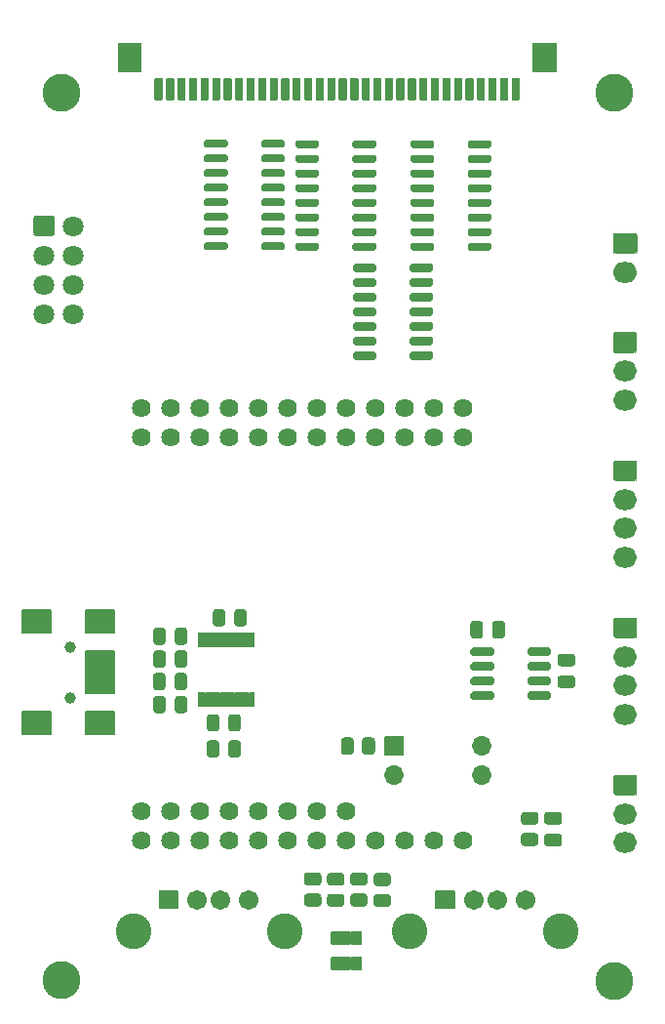
<source format=gbr>
G04 #@! TF.GenerationSoftware,KiCad,Pcbnew,5.1.10-88a1d61d58~90~ubuntu21.04.1*
G04 #@! TF.CreationDate,2021-07-27T13:19:27+03:00*
G04 #@! TF.ProjectId,klipper_nano,6b6c6970-7065-4725-9f6e-616e6f2e6b69,rev?*
G04 #@! TF.SameCoordinates,Original*
G04 #@! TF.FileFunction,Soldermask,Top*
G04 #@! TF.FilePolarity,Negative*
%FSLAX46Y46*%
G04 Gerber Fmt 4.6, Leading zero omitted, Abs format (unit mm)*
G04 Created by KiCad (PCBNEW 5.1.10-88a1d61d58~90~ubuntu21.04.1) date 2021-07-27 13:19:27*
%MOMM*%
%LPD*%
G01*
G04 APERTURE LIST*
%ADD10C,1.702000*%
%ADD11C,3.102000*%
%ADD12C,1.802000*%
%ADD13O,2.052000X1.802000*%
%ADD14C,1.002000*%
%ADD15O,2.102000X1.802000*%
%ADD16C,1.626000*%
%ADD17C,3.302000*%
%ADD18O,1.702000X1.702000*%
%ADD19C,0.100000*%
G04 APERTURE END LIST*
D10*
X113310000Y-110000000D03*
X110810000Y-110000000D03*
X108810000Y-110000000D03*
G36*
G01*
X105459000Y-110750000D02*
X105459000Y-109250000D01*
G75*
G02*
X105510000Y-109199000I51000J0D01*
G01*
X107110000Y-109199000D01*
G75*
G02*
X107161000Y-109250000I0J-51000D01*
G01*
X107161000Y-110750000D01*
G75*
G02*
X107110000Y-110801000I-51000J0D01*
G01*
X105510000Y-110801000D01*
G75*
G02*
X105459000Y-110750000I0J51000D01*
G01*
G37*
D11*
X116380000Y-112710000D03*
X103240000Y-112710000D03*
G36*
G01*
X97404999Y-114929000D02*
X98055001Y-114929000D01*
G75*
G02*
X98106000Y-114979999I0J-50999D01*
G01*
X98106000Y-116040001D01*
G75*
G02*
X98055001Y-116091000I-50999J0D01*
G01*
X97404999Y-116091000D01*
G75*
G02*
X97354000Y-116040001I0J50999D01*
G01*
X97354000Y-114979999D01*
G75*
G02*
X97404999Y-114929000I50999J0D01*
G01*
G37*
G36*
G01*
X98354999Y-114929000D02*
X99005001Y-114929000D01*
G75*
G02*
X99056000Y-114979999I0J-50999D01*
G01*
X99056000Y-116040001D01*
G75*
G02*
X99005001Y-116091000I-50999J0D01*
G01*
X98354999Y-116091000D01*
G75*
G02*
X98304000Y-116040001I0J50999D01*
G01*
X98304000Y-114979999D01*
G75*
G02*
X98354999Y-114929000I50999J0D01*
G01*
G37*
G36*
G01*
X96454999Y-114929000D02*
X97105001Y-114929000D01*
G75*
G02*
X97156000Y-114979999I0J-50999D01*
G01*
X97156000Y-116040001D01*
G75*
G02*
X97105001Y-116091000I-50999J0D01*
G01*
X96454999Y-116091000D01*
G75*
G02*
X96404000Y-116040001I0J50999D01*
G01*
X96404000Y-114979999D01*
G75*
G02*
X96454999Y-114929000I50999J0D01*
G01*
G37*
G36*
G01*
X96454999Y-112729000D02*
X97105001Y-112729000D01*
G75*
G02*
X97156000Y-112779999I0J-50999D01*
G01*
X97156000Y-113840001D01*
G75*
G02*
X97105001Y-113891000I-50999J0D01*
G01*
X96454999Y-113891000D01*
G75*
G02*
X96404000Y-113840001I0J50999D01*
G01*
X96404000Y-112779999D01*
G75*
G02*
X96454999Y-112729000I50999J0D01*
G01*
G37*
G36*
G01*
X97404999Y-112729000D02*
X98055001Y-112729000D01*
G75*
G02*
X98106000Y-112779999I0J-50999D01*
G01*
X98106000Y-113840001D01*
G75*
G02*
X98055001Y-113891000I-50999J0D01*
G01*
X97404999Y-113891000D01*
G75*
G02*
X97354000Y-113840001I0J50999D01*
G01*
X97354000Y-112779999D01*
G75*
G02*
X97404999Y-112729000I50999J0D01*
G01*
G37*
G36*
G01*
X98354999Y-112729000D02*
X99005001Y-112729000D01*
G75*
G02*
X99056000Y-112779999I0J-50999D01*
G01*
X99056000Y-113840001D01*
G75*
G02*
X99005001Y-113891000I-50999J0D01*
G01*
X98354999Y-113891000D01*
G75*
G02*
X98304000Y-113840001I0J50999D01*
G01*
X98304000Y-112779999D01*
G75*
G02*
X98354999Y-112729000I50999J0D01*
G01*
G37*
G36*
G01*
X98343876Y-109456500D02*
X99296124Y-109456500D01*
G75*
G02*
X99571000Y-109731376I0J-274876D01*
G01*
X99571000Y-110308624D01*
G75*
G02*
X99296124Y-110583500I-274876J0D01*
G01*
X98343876Y-110583500D01*
G75*
G02*
X98069000Y-110308624I0J274876D01*
G01*
X98069000Y-109731376D01*
G75*
G02*
X98343876Y-109456500I274876J0D01*
G01*
G37*
G36*
G01*
X98343876Y-107631500D02*
X99296124Y-107631500D01*
G75*
G02*
X99571000Y-107906376I0J-274876D01*
G01*
X99571000Y-108483624D01*
G75*
G02*
X99296124Y-108758500I-274876J0D01*
G01*
X98343876Y-108758500D01*
G75*
G02*
X98069000Y-108483624I0J274876D01*
G01*
X98069000Y-107906376D01*
G75*
G02*
X98343876Y-107631500I274876J0D01*
G01*
G37*
G36*
G01*
X100373876Y-109486500D02*
X101326124Y-109486500D01*
G75*
G02*
X101601000Y-109761376I0J-274876D01*
G01*
X101601000Y-110338624D01*
G75*
G02*
X101326124Y-110613500I-274876J0D01*
G01*
X100373876Y-110613500D01*
G75*
G02*
X100099000Y-110338624I0J274876D01*
G01*
X100099000Y-109761376D01*
G75*
G02*
X100373876Y-109486500I274876J0D01*
G01*
G37*
G36*
G01*
X100373876Y-107661500D02*
X101326124Y-107661500D01*
G75*
G02*
X101601000Y-107936376I0J-274876D01*
G01*
X101601000Y-108513624D01*
G75*
G02*
X101326124Y-108788500I-274876J0D01*
G01*
X100373876Y-108788500D01*
G75*
G02*
X100099000Y-108513624I0J274876D01*
G01*
X100099000Y-107936376D01*
G75*
G02*
X100373876Y-107661500I274876J0D01*
G01*
G37*
G36*
G01*
X94333876Y-109451500D02*
X95286124Y-109451500D01*
G75*
G02*
X95561000Y-109726376I0J-274876D01*
G01*
X95561000Y-110303624D01*
G75*
G02*
X95286124Y-110578500I-274876J0D01*
G01*
X94333876Y-110578500D01*
G75*
G02*
X94059000Y-110303624I0J274876D01*
G01*
X94059000Y-109726376D01*
G75*
G02*
X94333876Y-109451500I274876J0D01*
G01*
G37*
G36*
G01*
X94333876Y-107626500D02*
X95286124Y-107626500D01*
G75*
G02*
X95561000Y-107901376I0J-274876D01*
G01*
X95561000Y-108478624D01*
G75*
G02*
X95286124Y-108753500I-274876J0D01*
G01*
X94333876Y-108753500D01*
G75*
G02*
X94059000Y-108478624I0J274876D01*
G01*
X94059000Y-107901376D01*
G75*
G02*
X94333876Y-107626500I274876J0D01*
G01*
G37*
G36*
G01*
X96333876Y-109471500D02*
X97286124Y-109471500D01*
G75*
G02*
X97561000Y-109746376I0J-274876D01*
G01*
X97561000Y-110323624D01*
G75*
G02*
X97286124Y-110598500I-274876J0D01*
G01*
X96333876Y-110598500D01*
G75*
G02*
X96059000Y-110323624I0J274876D01*
G01*
X96059000Y-109746376D01*
G75*
G02*
X96333876Y-109471500I274876J0D01*
G01*
G37*
G36*
G01*
X96333876Y-107646500D02*
X97286124Y-107646500D01*
G75*
G02*
X97561000Y-107921376I0J-274876D01*
G01*
X97561000Y-108498624D01*
G75*
G02*
X97286124Y-108773500I-274876J0D01*
G01*
X96333876Y-108773500D01*
G75*
G02*
X96059000Y-108498624I0J274876D01*
G01*
X96059000Y-107921376D01*
G75*
G02*
X96333876Y-107646500I274876J0D01*
G01*
G37*
G36*
G01*
X117340500Y-89741000D02*
X116339500Y-89741000D01*
G75*
G02*
X116064000Y-89465500I0J275500D01*
G01*
X116064000Y-88914500D01*
G75*
G02*
X116339500Y-88639000I275500J0D01*
G01*
X117340500Y-88639000D01*
G75*
G02*
X117616000Y-88914500I0J-275500D01*
G01*
X117616000Y-89465500D01*
G75*
G02*
X117340500Y-89741000I-275500J0D01*
G01*
G37*
G36*
G01*
X117340500Y-91641000D02*
X116339500Y-91641000D01*
G75*
G02*
X116064000Y-91365500I0J275500D01*
G01*
X116064000Y-90814500D01*
G75*
G02*
X116339500Y-90539000I275500J0D01*
G01*
X117340500Y-90539000D01*
G75*
G02*
X117616000Y-90814500I0J-275500D01*
G01*
X117616000Y-91365500D01*
G75*
G02*
X117340500Y-91641000I-275500J0D01*
G01*
G37*
G36*
G01*
X113459000Y-88650500D02*
X113459000Y-88299500D01*
G75*
G02*
X113634500Y-88124000I175500J0D01*
G01*
X115335500Y-88124000D01*
G75*
G02*
X115511000Y-88299500I0J-175500D01*
G01*
X115511000Y-88650500D01*
G75*
G02*
X115335500Y-88826000I-175500J0D01*
G01*
X113634500Y-88826000D01*
G75*
G02*
X113459000Y-88650500I0J175500D01*
G01*
G37*
G36*
G01*
X113459000Y-89920500D02*
X113459000Y-89569500D01*
G75*
G02*
X113634500Y-89394000I175500J0D01*
G01*
X115335500Y-89394000D01*
G75*
G02*
X115511000Y-89569500I0J-175500D01*
G01*
X115511000Y-89920500D01*
G75*
G02*
X115335500Y-90096000I-175500J0D01*
G01*
X113634500Y-90096000D01*
G75*
G02*
X113459000Y-89920500I0J175500D01*
G01*
G37*
G36*
G01*
X113459000Y-91190500D02*
X113459000Y-90839500D01*
G75*
G02*
X113634500Y-90664000I175500J0D01*
G01*
X115335500Y-90664000D01*
G75*
G02*
X115511000Y-90839500I0J-175500D01*
G01*
X115511000Y-91190500D01*
G75*
G02*
X115335500Y-91366000I-175500J0D01*
G01*
X113634500Y-91366000D01*
G75*
G02*
X113459000Y-91190500I0J175500D01*
G01*
G37*
G36*
G01*
X113459000Y-92460500D02*
X113459000Y-92109500D01*
G75*
G02*
X113634500Y-91934000I175500J0D01*
G01*
X115335500Y-91934000D01*
G75*
G02*
X115511000Y-92109500I0J-175500D01*
G01*
X115511000Y-92460500D01*
G75*
G02*
X115335500Y-92636000I-175500J0D01*
G01*
X113634500Y-92636000D01*
G75*
G02*
X113459000Y-92460500I0J175500D01*
G01*
G37*
G36*
G01*
X108509000Y-92460500D02*
X108509000Y-92109500D01*
G75*
G02*
X108684500Y-91934000I175500J0D01*
G01*
X110385500Y-91934000D01*
G75*
G02*
X110561000Y-92109500I0J-175500D01*
G01*
X110561000Y-92460500D01*
G75*
G02*
X110385500Y-92636000I-175500J0D01*
G01*
X108684500Y-92636000D01*
G75*
G02*
X108509000Y-92460500I0J175500D01*
G01*
G37*
G36*
G01*
X108509000Y-91190500D02*
X108509000Y-90839500D01*
G75*
G02*
X108684500Y-90664000I175500J0D01*
G01*
X110385500Y-90664000D01*
G75*
G02*
X110561000Y-90839500I0J-175500D01*
G01*
X110561000Y-91190500D01*
G75*
G02*
X110385500Y-91366000I-175500J0D01*
G01*
X108684500Y-91366000D01*
G75*
G02*
X108509000Y-91190500I0J175500D01*
G01*
G37*
G36*
G01*
X108509000Y-89920500D02*
X108509000Y-89569500D01*
G75*
G02*
X108684500Y-89394000I175500J0D01*
G01*
X110385500Y-89394000D01*
G75*
G02*
X110561000Y-89569500I0J-175500D01*
G01*
X110561000Y-89920500D01*
G75*
G02*
X110385500Y-90096000I-175500J0D01*
G01*
X108684500Y-90096000D01*
G75*
G02*
X108509000Y-89920500I0J175500D01*
G01*
G37*
G36*
G01*
X108509000Y-88650500D02*
X108509000Y-88299500D01*
G75*
G02*
X108684500Y-88124000I175500J0D01*
G01*
X110385500Y-88124000D01*
G75*
G02*
X110561000Y-88299500I0J-175500D01*
G01*
X110561000Y-88650500D01*
G75*
G02*
X110385500Y-88826000I-175500J0D01*
G01*
X108684500Y-88826000D01*
G75*
G02*
X108509000Y-88650500I0J175500D01*
G01*
G37*
G36*
G01*
X109601000Y-86069500D02*
X109601000Y-87070500D01*
G75*
G02*
X109325500Y-87346000I-275500J0D01*
G01*
X108774500Y-87346000D01*
G75*
G02*
X108499000Y-87070500I0J275500D01*
G01*
X108499000Y-86069500D01*
G75*
G02*
X108774500Y-85794000I275500J0D01*
G01*
X109325500Y-85794000D01*
G75*
G02*
X109601000Y-86069500I0J-275500D01*
G01*
G37*
G36*
G01*
X111501000Y-86069500D02*
X111501000Y-87070500D01*
G75*
G02*
X111225500Y-87346000I-275500J0D01*
G01*
X110674500Y-87346000D01*
G75*
G02*
X110399000Y-87070500I0J275500D01*
G01*
X110399000Y-86069500D01*
G75*
G02*
X110674500Y-85794000I275500J0D01*
G01*
X111225500Y-85794000D01*
G75*
G02*
X111501000Y-86069500I0J-275500D01*
G01*
G37*
G36*
G01*
X113183875Y-104196500D02*
X114136125Y-104196500D01*
G75*
G02*
X114411000Y-104471375I0J-274875D01*
G01*
X114411000Y-105048625D01*
G75*
G02*
X114136125Y-105323500I-274875J0D01*
G01*
X113183875Y-105323500D01*
G75*
G02*
X112909000Y-105048625I0J274875D01*
G01*
X112909000Y-104471375D01*
G75*
G02*
X113183875Y-104196500I274875J0D01*
G01*
G37*
G36*
G01*
X113183875Y-102371500D02*
X114136125Y-102371500D01*
G75*
G02*
X114411000Y-102646375I0J-274875D01*
G01*
X114411000Y-103223625D01*
G75*
G02*
X114136125Y-103498500I-274875J0D01*
G01*
X113183875Y-103498500D01*
G75*
G02*
X112909000Y-103223625I0J274875D01*
G01*
X112909000Y-102646375D01*
G75*
G02*
X113183875Y-102371500I274875J0D01*
G01*
G37*
D12*
X74020000Y-59180000D03*
X74020000Y-56640000D03*
X74020000Y-54100000D03*
X74020000Y-51560000D03*
X71480000Y-59180000D03*
X71480000Y-56640000D03*
X71480000Y-54100000D03*
G36*
G01*
X70579000Y-52196000D02*
X70579000Y-50924000D01*
G75*
G02*
X70844000Y-50659000I265000J0D01*
G01*
X72116000Y-50659000D01*
G75*
G02*
X72381000Y-50924000I0J-265000D01*
G01*
X72381000Y-52196000D01*
G75*
G02*
X72116000Y-52461000I-265000J0D01*
G01*
X70844000Y-52461000D01*
G75*
G02*
X70579000Y-52196000I0J265000D01*
G01*
G37*
D13*
X121940000Y-66660000D03*
X121940000Y-64160000D03*
G36*
G01*
X121179000Y-60759000D02*
X122701000Y-60759000D01*
G75*
G02*
X122966000Y-61024000I0J-265000D01*
G01*
X122966000Y-62296000D01*
G75*
G02*
X122701000Y-62561000I-265000J0D01*
G01*
X121179000Y-62561000D01*
G75*
G02*
X120914000Y-62296000I0J265000D01*
G01*
X120914000Y-61024000D01*
G75*
G02*
X121179000Y-60759000I265000J0D01*
G01*
G37*
D14*
X73738000Y-92464000D03*
X73738000Y-88064000D03*
G36*
G01*
X75088000Y-91563000D02*
X77588000Y-91563000D01*
G75*
G02*
X77639000Y-91614000I0J-51000D01*
G01*
X77639000Y-92114000D01*
G75*
G02*
X77588000Y-92165000I-51000J0D01*
G01*
X75088000Y-92165000D01*
G75*
G02*
X75037000Y-92114000I0J51000D01*
G01*
X75037000Y-91614000D01*
G75*
G02*
X75088000Y-91563000I51000J0D01*
G01*
G37*
G36*
G01*
X75088000Y-90763000D02*
X77588000Y-90763000D01*
G75*
G02*
X77639000Y-90814000I0J-51000D01*
G01*
X77639000Y-91314000D01*
G75*
G02*
X77588000Y-91365000I-51000J0D01*
G01*
X75088000Y-91365000D01*
G75*
G02*
X75037000Y-91314000I0J51000D01*
G01*
X75037000Y-90814000D01*
G75*
G02*
X75088000Y-90763000I51000J0D01*
G01*
G37*
G36*
G01*
X75088000Y-89963000D02*
X77588000Y-89963000D01*
G75*
G02*
X77639000Y-90014000I0J-51000D01*
G01*
X77639000Y-90514000D01*
G75*
G02*
X77588000Y-90565000I-51000J0D01*
G01*
X75088000Y-90565000D01*
G75*
G02*
X75037000Y-90514000I0J51000D01*
G01*
X75037000Y-90014000D01*
G75*
G02*
X75088000Y-89963000I51000J0D01*
G01*
G37*
G36*
G01*
X75088000Y-89163000D02*
X77588000Y-89163000D01*
G75*
G02*
X77639000Y-89214000I0J-51000D01*
G01*
X77639000Y-89714000D01*
G75*
G02*
X77588000Y-89765000I-51000J0D01*
G01*
X75088000Y-89765000D01*
G75*
G02*
X75037000Y-89714000I0J51000D01*
G01*
X75037000Y-89214000D01*
G75*
G02*
X75088000Y-89163000I51000J0D01*
G01*
G37*
G36*
G01*
X75088000Y-88363000D02*
X77588000Y-88363000D01*
G75*
G02*
X77639000Y-88414000I0J-51000D01*
G01*
X77639000Y-88914000D01*
G75*
G02*
X77588000Y-88965000I-51000J0D01*
G01*
X75088000Y-88965000D01*
G75*
G02*
X75037000Y-88914000I0J51000D01*
G01*
X75037000Y-88414000D01*
G75*
G02*
X75088000Y-88363000I51000J0D01*
G01*
G37*
G36*
G01*
X75088000Y-93613000D02*
X77588000Y-93613000D01*
G75*
G02*
X77639000Y-93664000I0J-51000D01*
G01*
X77639000Y-95664000D01*
G75*
G02*
X77588000Y-95715000I-51000J0D01*
G01*
X75088000Y-95715000D01*
G75*
G02*
X75037000Y-95664000I0J51000D01*
G01*
X75037000Y-93664000D01*
G75*
G02*
X75088000Y-93613000I51000J0D01*
G01*
G37*
G36*
G01*
X75088000Y-84813000D02*
X77588000Y-84813000D01*
G75*
G02*
X77639000Y-84864000I0J-51000D01*
G01*
X77639000Y-86864000D01*
G75*
G02*
X77588000Y-86915000I-51000J0D01*
G01*
X75088000Y-86915000D01*
G75*
G02*
X75037000Y-86864000I0J51000D01*
G01*
X75037000Y-84864000D01*
G75*
G02*
X75088000Y-84813000I51000J0D01*
G01*
G37*
G36*
G01*
X69588000Y-93613000D02*
X72088000Y-93613000D01*
G75*
G02*
X72139000Y-93664000I0J-51000D01*
G01*
X72139000Y-95664000D01*
G75*
G02*
X72088000Y-95715000I-51000J0D01*
G01*
X69588000Y-95715000D01*
G75*
G02*
X69537000Y-95664000I0J51000D01*
G01*
X69537000Y-93664000D01*
G75*
G02*
X69588000Y-93613000I51000J0D01*
G01*
G37*
G36*
G01*
X69588000Y-84813000D02*
X72088000Y-84813000D01*
G75*
G02*
X72139000Y-84864000I0J-51000D01*
G01*
X72139000Y-86864000D01*
G75*
G02*
X72088000Y-86915000I-51000J0D01*
G01*
X69588000Y-86915000D01*
G75*
G02*
X69537000Y-86864000I0J51000D01*
G01*
X69537000Y-84864000D01*
G75*
G02*
X69588000Y-84813000I51000J0D01*
G01*
G37*
D10*
X89290000Y-110000000D03*
X86790000Y-110000000D03*
X84790000Y-110000000D03*
G36*
G01*
X81439000Y-110750000D02*
X81439000Y-109250000D01*
G75*
G02*
X81490000Y-109199000I51000J0D01*
G01*
X83090000Y-109199000D01*
G75*
G02*
X83141000Y-109250000I0J-51000D01*
G01*
X83141000Y-110750000D01*
G75*
G02*
X83090000Y-110801000I-51000J0D01*
G01*
X81490000Y-110801000D01*
G75*
G02*
X81439000Y-110750000I0J51000D01*
G01*
G37*
D11*
X92360000Y-112710000D03*
X79220000Y-112710000D03*
G36*
G01*
X87431000Y-53139500D02*
X87431000Y-53490500D01*
G75*
G02*
X87255500Y-53666000I-175500J0D01*
G01*
X85554500Y-53666000D01*
G75*
G02*
X85379000Y-53490500I0J175500D01*
G01*
X85379000Y-53139500D01*
G75*
G02*
X85554500Y-52964000I175500J0D01*
G01*
X87255500Y-52964000D01*
G75*
G02*
X87431000Y-53139500I0J-175500D01*
G01*
G37*
G36*
G01*
X87431000Y-51869500D02*
X87431000Y-52220500D01*
G75*
G02*
X87255500Y-52396000I-175500J0D01*
G01*
X85554500Y-52396000D01*
G75*
G02*
X85379000Y-52220500I0J175500D01*
G01*
X85379000Y-51869500D01*
G75*
G02*
X85554500Y-51694000I175500J0D01*
G01*
X87255500Y-51694000D01*
G75*
G02*
X87431000Y-51869500I0J-175500D01*
G01*
G37*
G36*
G01*
X87431000Y-50599500D02*
X87431000Y-50950500D01*
G75*
G02*
X87255500Y-51126000I-175500J0D01*
G01*
X85554500Y-51126000D01*
G75*
G02*
X85379000Y-50950500I0J175500D01*
G01*
X85379000Y-50599500D01*
G75*
G02*
X85554500Y-50424000I175500J0D01*
G01*
X87255500Y-50424000D01*
G75*
G02*
X87431000Y-50599500I0J-175500D01*
G01*
G37*
G36*
G01*
X87431000Y-49329500D02*
X87431000Y-49680500D01*
G75*
G02*
X87255500Y-49856000I-175500J0D01*
G01*
X85554500Y-49856000D01*
G75*
G02*
X85379000Y-49680500I0J175500D01*
G01*
X85379000Y-49329500D01*
G75*
G02*
X85554500Y-49154000I175500J0D01*
G01*
X87255500Y-49154000D01*
G75*
G02*
X87431000Y-49329500I0J-175500D01*
G01*
G37*
G36*
G01*
X87431000Y-48059500D02*
X87431000Y-48410500D01*
G75*
G02*
X87255500Y-48586000I-175500J0D01*
G01*
X85554500Y-48586000D01*
G75*
G02*
X85379000Y-48410500I0J175500D01*
G01*
X85379000Y-48059500D01*
G75*
G02*
X85554500Y-47884000I175500J0D01*
G01*
X87255500Y-47884000D01*
G75*
G02*
X87431000Y-48059500I0J-175500D01*
G01*
G37*
G36*
G01*
X87431000Y-46789500D02*
X87431000Y-47140500D01*
G75*
G02*
X87255500Y-47316000I-175500J0D01*
G01*
X85554500Y-47316000D01*
G75*
G02*
X85379000Y-47140500I0J175500D01*
G01*
X85379000Y-46789500D01*
G75*
G02*
X85554500Y-46614000I175500J0D01*
G01*
X87255500Y-46614000D01*
G75*
G02*
X87431000Y-46789500I0J-175500D01*
G01*
G37*
G36*
G01*
X87431000Y-45519500D02*
X87431000Y-45870500D01*
G75*
G02*
X87255500Y-46046000I-175500J0D01*
G01*
X85554500Y-46046000D01*
G75*
G02*
X85379000Y-45870500I0J175500D01*
G01*
X85379000Y-45519500D01*
G75*
G02*
X85554500Y-45344000I175500J0D01*
G01*
X87255500Y-45344000D01*
G75*
G02*
X87431000Y-45519500I0J-175500D01*
G01*
G37*
G36*
G01*
X87431000Y-44249500D02*
X87431000Y-44600500D01*
G75*
G02*
X87255500Y-44776000I-175500J0D01*
G01*
X85554500Y-44776000D01*
G75*
G02*
X85379000Y-44600500I0J175500D01*
G01*
X85379000Y-44249500D01*
G75*
G02*
X85554500Y-44074000I175500J0D01*
G01*
X87255500Y-44074000D01*
G75*
G02*
X87431000Y-44249500I0J-175500D01*
G01*
G37*
G36*
G01*
X92381000Y-44249500D02*
X92381000Y-44600500D01*
G75*
G02*
X92205500Y-44776000I-175500J0D01*
G01*
X90504500Y-44776000D01*
G75*
G02*
X90329000Y-44600500I0J175500D01*
G01*
X90329000Y-44249500D01*
G75*
G02*
X90504500Y-44074000I175500J0D01*
G01*
X92205500Y-44074000D01*
G75*
G02*
X92381000Y-44249500I0J-175500D01*
G01*
G37*
G36*
G01*
X92381000Y-45519500D02*
X92381000Y-45870500D01*
G75*
G02*
X92205500Y-46046000I-175500J0D01*
G01*
X90504500Y-46046000D01*
G75*
G02*
X90329000Y-45870500I0J175500D01*
G01*
X90329000Y-45519500D01*
G75*
G02*
X90504500Y-45344000I175500J0D01*
G01*
X92205500Y-45344000D01*
G75*
G02*
X92381000Y-45519500I0J-175500D01*
G01*
G37*
G36*
G01*
X92381000Y-46789500D02*
X92381000Y-47140500D01*
G75*
G02*
X92205500Y-47316000I-175500J0D01*
G01*
X90504500Y-47316000D01*
G75*
G02*
X90329000Y-47140500I0J175500D01*
G01*
X90329000Y-46789500D01*
G75*
G02*
X90504500Y-46614000I175500J0D01*
G01*
X92205500Y-46614000D01*
G75*
G02*
X92381000Y-46789500I0J-175500D01*
G01*
G37*
G36*
G01*
X92381000Y-48059500D02*
X92381000Y-48410500D01*
G75*
G02*
X92205500Y-48586000I-175500J0D01*
G01*
X90504500Y-48586000D01*
G75*
G02*
X90329000Y-48410500I0J175500D01*
G01*
X90329000Y-48059500D01*
G75*
G02*
X90504500Y-47884000I175500J0D01*
G01*
X92205500Y-47884000D01*
G75*
G02*
X92381000Y-48059500I0J-175500D01*
G01*
G37*
G36*
G01*
X92381000Y-49329500D02*
X92381000Y-49680500D01*
G75*
G02*
X92205500Y-49856000I-175500J0D01*
G01*
X90504500Y-49856000D01*
G75*
G02*
X90329000Y-49680500I0J175500D01*
G01*
X90329000Y-49329500D01*
G75*
G02*
X90504500Y-49154000I175500J0D01*
G01*
X92205500Y-49154000D01*
G75*
G02*
X92381000Y-49329500I0J-175500D01*
G01*
G37*
G36*
G01*
X92381000Y-50599500D02*
X92381000Y-50950500D01*
G75*
G02*
X92205500Y-51126000I-175500J0D01*
G01*
X90504500Y-51126000D01*
G75*
G02*
X90329000Y-50950500I0J175500D01*
G01*
X90329000Y-50599500D01*
G75*
G02*
X90504500Y-50424000I175500J0D01*
G01*
X92205500Y-50424000D01*
G75*
G02*
X92381000Y-50599500I0J-175500D01*
G01*
G37*
G36*
G01*
X92381000Y-51869500D02*
X92381000Y-52220500D01*
G75*
G02*
X92205500Y-52396000I-175500J0D01*
G01*
X90504500Y-52396000D01*
G75*
G02*
X90329000Y-52220500I0J175500D01*
G01*
X90329000Y-51869500D01*
G75*
G02*
X90504500Y-51694000I175500J0D01*
G01*
X92205500Y-51694000D01*
G75*
G02*
X92381000Y-51869500I0J-175500D01*
G01*
G37*
G36*
G01*
X92381000Y-53139500D02*
X92381000Y-53490500D01*
G75*
G02*
X92205500Y-53666000I-175500J0D01*
G01*
X90504500Y-53666000D01*
G75*
G02*
X90329000Y-53490500I0J175500D01*
G01*
X90329000Y-53139500D01*
G75*
G02*
X90504500Y-52964000I175500J0D01*
G01*
X92205500Y-52964000D01*
G75*
G02*
X92381000Y-53139500I0J-175500D01*
G01*
G37*
G36*
G01*
X95361000Y-53169500D02*
X95361000Y-53520500D01*
G75*
G02*
X95185500Y-53696000I-175500J0D01*
G01*
X93484500Y-53696000D01*
G75*
G02*
X93309000Y-53520500I0J175500D01*
G01*
X93309000Y-53169500D01*
G75*
G02*
X93484500Y-52994000I175500J0D01*
G01*
X95185500Y-52994000D01*
G75*
G02*
X95361000Y-53169500I0J-175500D01*
G01*
G37*
G36*
G01*
X95361000Y-51899500D02*
X95361000Y-52250500D01*
G75*
G02*
X95185500Y-52426000I-175500J0D01*
G01*
X93484500Y-52426000D01*
G75*
G02*
X93309000Y-52250500I0J175500D01*
G01*
X93309000Y-51899500D01*
G75*
G02*
X93484500Y-51724000I175500J0D01*
G01*
X95185500Y-51724000D01*
G75*
G02*
X95361000Y-51899500I0J-175500D01*
G01*
G37*
G36*
G01*
X95361000Y-50629500D02*
X95361000Y-50980500D01*
G75*
G02*
X95185500Y-51156000I-175500J0D01*
G01*
X93484500Y-51156000D01*
G75*
G02*
X93309000Y-50980500I0J175500D01*
G01*
X93309000Y-50629500D01*
G75*
G02*
X93484500Y-50454000I175500J0D01*
G01*
X95185500Y-50454000D01*
G75*
G02*
X95361000Y-50629500I0J-175500D01*
G01*
G37*
G36*
G01*
X95361000Y-49359500D02*
X95361000Y-49710500D01*
G75*
G02*
X95185500Y-49886000I-175500J0D01*
G01*
X93484500Y-49886000D01*
G75*
G02*
X93309000Y-49710500I0J175500D01*
G01*
X93309000Y-49359500D01*
G75*
G02*
X93484500Y-49184000I175500J0D01*
G01*
X95185500Y-49184000D01*
G75*
G02*
X95361000Y-49359500I0J-175500D01*
G01*
G37*
G36*
G01*
X95361000Y-48089500D02*
X95361000Y-48440500D01*
G75*
G02*
X95185500Y-48616000I-175500J0D01*
G01*
X93484500Y-48616000D01*
G75*
G02*
X93309000Y-48440500I0J175500D01*
G01*
X93309000Y-48089500D01*
G75*
G02*
X93484500Y-47914000I175500J0D01*
G01*
X95185500Y-47914000D01*
G75*
G02*
X95361000Y-48089500I0J-175500D01*
G01*
G37*
G36*
G01*
X95361000Y-46819500D02*
X95361000Y-47170500D01*
G75*
G02*
X95185500Y-47346000I-175500J0D01*
G01*
X93484500Y-47346000D01*
G75*
G02*
X93309000Y-47170500I0J175500D01*
G01*
X93309000Y-46819500D01*
G75*
G02*
X93484500Y-46644000I175500J0D01*
G01*
X95185500Y-46644000D01*
G75*
G02*
X95361000Y-46819500I0J-175500D01*
G01*
G37*
G36*
G01*
X95361000Y-45549500D02*
X95361000Y-45900500D01*
G75*
G02*
X95185500Y-46076000I-175500J0D01*
G01*
X93484500Y-46076000D01*
G75*
G02*
X93309000Y-45900500I0J175500D01*
G01*
X93309000Y-45549500D01*
G75*
G02*
X93484500Y-45374000I175500J0D01*
G01*
X95185500Y-45374000D01*
G75*
G02*
X95361000Y-45549500I0J-175500D01*
G01*
G37*
G36*
G01*
X95361000Y-44279500D02*
X95361000Y-44630500D01*
G75*
G02*
X95185500Y-44806000I-175500J0D01*
G01*
X93484500Y-44806000D01*
G75*
G02*
X93309000Y-44630500I0J175500D01*
G01*
X93309000Y-44279500D01*
G75*
G02*
X93484500Y-44104000I175500J0D01*
G01*
X95185500Y-44104000D01*
G75*
G02*
X95361000Y-44279500I0J-175500D01*
G01*
G37*
G36*
G01*
X100311000Y-44279500D02*
X100311000Y-44630500D01*
G75*
G02*
X100135500Y-44806000I-175500J0D01*
G01*
X98434500Y-44806000D01*
G75*
G02*
X98259000Y-44630500I0J175500D01*
G01*
X98259000Y-44279500D01*
G75*
G02*
X98434500Y-44104000I175500J0D01*
G01*
X100135500Y-44104000D01*
G75*
G02*
X100311000Y-44279500I0J-175500D01*
G01*
G37*
G36*
G01*
X100311000Y-45549500D02*
X100311000Y-45900500D01*
G75*
G02*
X100135500Y-46076000I-175500J0D01*
G01*
X98434500Y-46076000D01*
G75*
G02*
X98259000Y-45900500I0J175500D01*
G01*
X98259000Y-45549500D01*
G75*
G02*
X98434500Y-45374000I175500J0D01*
G01*
X100135500Y-45374000D01*
G75*
G02*
X100311000Y-45549500I0J-175500D01*
G01*
G37*
G36*
G01*
X100311000Y-46819500D02*
X100311000Y-47170500D01*
G75*
G02*
X100135500Y-47346000I-175500J0D01*
G01*
X98434500Y-47346000D01*
G75*
G02*
X98259000Y-47170500I0J175500D01*
G01*
X98259000Y-46819500D01*
G75*
G02*
X98434500Y-46644000I175500J0D01*
G01*
X100135500Y-46644000D01*
G75*
G02*
X100311000Y-46819500I0J-175500D01*
G01*
G37*
G36*
G01*
X100311000Y-48089500D02*
X100311000Y-48440500D01*
G75*
G02*
X100135500Y-48616000I-175500J0D01*
G01*
X98434500Y-48616000D01*
G75*
G02*
X98259000Y-48440500I0J175500D01*
G01*
X98259000Y-48089500D01*
G75*
G02*
X98434500Y-47914000I175500J0D01*
G01*
X100135500Y-47914000D01*
G75*
G02*
X100311000Y-48089500I0J-175500D01*
G01*
G37*
G36*
G01*
X100311000Y-49359500D02*
X100311000Y-49710500D01*
G75*
G02*
X100135500Y-49886000I-175500J0D01*
G01*
X98434500Y-49886000D01*
G75*
G02*
X98259000Y-49710500I0J175500D01*
G01*
X98259000Y-49359500D01*
G75*
G02*
X98434500Y-49184000I175500J0D01*
G01*
X100135500Y-49184000D01*
G75*
G02*
X100311000Y-49359500I0J-175500D01*
G01*
G37*
G36*
G01*
X100311000Y-50629500D02*
X100311000Y-50980500D01*
G75*
G02*
X100135500Y-51156000I-175500J0D01*
G01*
X98434500Y-51156000D01*
G75*
G02*
X98259000Y-50980500I0J175500D01*
G01*
X98259000Y-50629500D01*
G75*
G02*
X98434500Y-50454000I175500J0D01*
G01*
X100135500Y-50454000D01*
G75*
G02*
X100311000Y-50629500I0J-175500D01*
G01*
G37*
G36*
G01*
X100311000Y-51899500D02*
X100311000Y-52250500D01*
G75*
G02*
X100135500Y-52426000I-175500J0D01*
G01*
X98434500Y-52426000D01*
G75*
G02*
X98259000Y-52250500I0J175500D01*
G01*
X98259000Y-51899500D01*
G75*
G02*
X98434500Y-51724000I175500J0D01*
G01*
X100135500Y-51724000D01*
G75*
G02*
X100311000Y-51899500I0J-175500D01*
G01*
G37*
G36*
G01*
X100311000Y-53169500D02*
X100311000Y-53520500D01*
G75*
G02*
X100135500Y-53696000I-175500J0D01*
G01*
X98434500Y-53696000D01*
G75*
G02*
X98259000Y-53520500I0J175500D01*
G01*
X98259000Y-53169500D01*
G75*
G02*
X98434500Y-52994000I175500J0D01*
G01*
X100135500Y-52994000D01*
G75*
G02*
X100311000Y-53169500I0J-175500D01*
G01*
G37*
G36*
G01*
X105371000Y-53179500D02*
X105371000Y-53530500D01*
G75*
G02*
X105195500Y-53706000I-175500J0D01*
G01*
X103494500Y-53706000D01*
G75*
G02*
X103319000Y-53530500I0J175500D01*
G01*
X103319000Y-53179500D01*
G75*
G02*
X103494500Y-53004000I175500J0D01*
G01*
X105195500Y-53004000D01*
G75*
G02*
X105371000Y-53179500I0J-175500D01*
G01*
G37*
G36*
G01*
X105371000Y-51909500D02*
X105371000Y-52260500D01*
G75*
G02*
X105195500Y-52436000I-175500J0D01*
G01*
X103494500Y-52436000D01*
G75*
G02*
X103319000Y-52260500I0J175500D01*
G01*
X103319000Y-51909500D01*
G75*
G02*
X103494500Y-51734000I175500J0D01*
G01*
X105195500Y-51734000D01*
G75*
G02*
X105371000Y-51909500I0J-175500D01*
G01*
G37*
G36*
G01*
X105371000Y-50639500D02*
X105371000Y-50990500D01*
G75*
G02*
X105195500Y-51166000I-175500J0D01*
G01*
X103494500Y-51166000D01*
G75*
G02*
X103319000Y-50990500I0J175500D01*
G01*
X103319000Y-50639500D01*
G75*
G02*
X103494500Y-50464000I175500J0D01*
G01*
X105195500Y-50464000D01*
G75*
G02*
X105371000Y-50639500I0J-175500D01*
G01*
G37*
G36*
G01*
X105371000Y-49369500D02*
X105371000Y-49720500D01*
G75*
G02*
X105195500Y-49896000I-175500J0D01*
G01*
X103494500Y-49896000D01*
G75*
G02*
X103319000Y-49720500I0J175500D01*
G01*
X103319000Y-49369500D01*
G75*
G02*
X103494500Y-49194000I175500J0D01*
G01*
X105195500Y-49194000D01*
G75*
G02*
X105371000Y-49369500I0J-175500D01*
G01*
G37*
G36*
G01*
X105371000Y-48099500D02*
X105371000Y-48450500D01*
G75*
G02*
X105195500Y-48626000I-175500J0D01*
G01*
X103494500Y-48626000D01*
G75*
G02*
X103319000Y-48450500I0J175500D01*
G01*
X103319000Y-48099500D01*
G75*
G02*
X103494500Y-47924000I175500J0D01*
G01*
X105195500Y-47924000D01*
G75*
G02*
X105371000Y-48099500I0J-175500D01*
G01*
G37*
G36*
G01*
X105371000Y-46829500D02*
X105371000Y-47180500D01*
G75*
G02*
X105195500Y-47356000I-175500J0D01*
G01*
X103494500Y-47356000D01*
G75*
G02*
X103319000Y-47180500I0J175500D01*
G01*
X103319000Y-46829500D01*
G75*
G02*
X103494500Y-46654000I175500J0D01*
G01*
X105195500Y-46654000D01*
G75*
G02*
X105371000Y-46829500I0J-175500D01*
G01*
G37*
G36*
G01*
X105371000Y-45559500D02*
X105371000Y-45910500D01*
G75*
G02*
X105195500Y-46086000I-175500J0D01*
G01*
X103494500Y-46086000D01*
G75*
G02*
X103319000Y-45910500I0J175500D01*
G01*
X103319000Y-45559500D01*
G75*
G02*
X103494500Y-45384000I175500J0D01*
G01*
X105195500Y-45384000D01*
G75*
G02*
X105371000Y-45559500I0J-175500D01*
G01*
G37*
G36*
G01*
X105371000Y-44289500D02*
X105371000Y-44640500D01*
G75*
G02*
X105195500Y-44816000I-175500J0D01*
G01*
X103494500Y-44816000D01*
G75*
G02*
X103319000Y-44640500I0J175500D01*
G01*
X103319000Y-44289500D01*
G75*
G02*
X103494500Y-44114000I175500J0D01*
G01*
X105195500Y-44114000D01*
G75*
G02*
X105371000Y-44289500I0J-175500D01*
G01*
G37*
G36*
G01*
X110321000Y-44289500D02*
X110321000Y-44640500D01*
G75*
G02*
X110145500Y-44816000I-175500J0D01*
G01*
X108444500Y-44816000D01*
G75*
G02*
X108269000Y-44640500I0J175500D01*
G01*
X108269000Y-44289500D01*
G75*
G02*
X108444500Y-44114000I175500J0D01*
G01*
X110145500Y-44114000D01*
G75*
G02*
X110321000Y-44289500I0J-175500D01*
G01*
G37*
G36*
G01*
X110321000Y-45559500D02*
X110321000Y-45910500D01*
G75*
G02*
X110145500Y-46086000I-175500J0D01*
G01*
X108444500Y-46086000D01*
G75*
G02*
X108269000Y-45910500I0J175500D01*
G01*
X108269000Y-45559500D01*
G75*
G02*
X108444500Y-45384000I175500J0D01*
G01*
X110145500Y-45384000D01*
G75*
G02*
X110321000Y-45559500I0J-175500D01*
G01*
G37*
G36*
G01*
X110321000Y-46829500D02*
X110321000Y-47180500D01*
G75*
G02*
X110145500Y-47356000I-175500J0D01*
G01*
X108444500Y-47356000D01*
G75*
G02*
X108269000Y-47180500I0J175500D01*
G01*
X108269000Y-46829500D01*
G75*
G02*
X108444500Y-46654000I175500J0D01*
G01*
X110145500Y-46654000D01*
G75*
G02*
X110321000Y-46829500I0J-175500D01*
G01*
G37*
G36*
G01*
X110321000Y-48099500D02*
X110321000Y-48450500D01*
G75*
G02*
X110145500Y-48626000I-175500J0D01*
G01*
X108444500Y-48626000D01*
G75*
G02*
X108269000Y-48450500I0J175500D01*
G01*
X108269000Y-48099500D01*
G75*
G02*
X108444500Y-47924000I175500J0D01*
G01*
X110145500Y-47924000D01*
G75*
G02*
X110321000Y-48099500I0J-175500D01*
G01*
G37*
G36*
G01*
X110321000Y-49369500D02*
X110321000Y-49720500D01*
G75*
G02*
X110145500Y-49896000I-175500J0D01*
G01*
X108444500Y-49896000D01*
G75*
G02*
X108269000Y-49720500I0J175500D01*
G01*
X108269000Y-49369500D01*
G75*
G02*
X108444500Y-49194000I175500J0D01*
G01*
X110145500Y-49194000D01*
G75*
G02*
X110321000Y-49369500I0J-175500D01*
G01*
G37*
G36*
G01*
X110321000Y-50639500D02*
X110321000Y-50990500D01*
G75*
G02*
X110145500Y-51166000I-175500J0D01*
G01*
X108444500Y-51166000D01*
G75*
G02*
X108269000Y-50990500I0J175500D01*
G01*
X108269000Y-50639500D01*
G75*
G02*
X108444500Y-50464000I175500J0D01*
G01*
X110145500Y-50464000D01*
G75*
G02*
X110321000Y-50639500I0J-175500D01*
G01*
G37*
G36*
G01*
X110321000Y-51909500D02*
X110321000Y-52260500D01*
G75*
G02*
X110145500Y-52436000I-175500J0D01*
G01*
X108444500Y-52436000D01*
G75*
G02*
X108269000Y-52260500I0J175500D01*
G01*
X108269000Y-51909500D01*
G75*
G02*
X108444500Y-51734000I175500J0D01*
G01*
X110145500Y-51734000D01*
G75*
G02*
X110321000Y-51909500I0J-175500D01*
G01*
G37*
G36*
G01*
X110321000Y-53179500D02*
X110321000Y-53530500D01*
G75*
G02*
X110145500Y-53706000I-175500J0D01*
G01*
X108444500Y-53706000D01*
G75*
G02*
X108269000Y-53530500I0J175500D01*
G01*
X108269000Y-53179500D01*
G75*
G02*
X108444500Y-53004000I175500J0D01*
G01*
X110145500Y-53004000D01*
G75*
G02*
X110321000Y-53179500I0J-175500D01*
G01*
G37*
G36*
G01*
X103239000Y-55355500D02*
X103239000Y-55004500D01*
G75*
G02*
X103414500Y-54829000I175500J0D01*
G01*
X105115500Y-54829000D01*
G75*
G02*
X105291000Y-55004500I0J-175500D01*
G01*
X105291000Y-55355500D01*
G75*
G02*
X105115500Y-55531000I-175500J0D01*
G01*
X103414500Y-55531000D01*
G75*
G02*
X103239000Y-55355500I0J175500D01*
G01*
G37*
G36*
G01*
X103239000Y-56625500D02*
X103239000Y-56274500D01*
G75*
G02*
X103414500Y-56099000I175500J0D01*
G01*
X105115500Y-56099000D01*
G75*
G02*
X105291000Y-56274500I0J-175500D01*
G01*
X105291000Y-56625500D01*
G75*
G02*
X105115500Y-56801000I-175500J0D01*
G01*
X103414500Y-56801000D01*
G75*
G02*
X103239000Y-56625500I0J175500D01*
G01*
G37*
G36*
G01*
X103239000Y-57895500D02*
X103239000Y-57544500D01*
G75*
G02*
X103414500Y-57369000I175500J0D01*
G01*
X105115500Y-57369000D01*
G75*
G02*
X105291000Y-57544500I0J-175500D01*
G01*
X105291000Y-57895500D01*
G75*
G02*
X105115500Y-58071000I-175500J0D01*
G01*
X103414500Y-58071000D01*
G75*
G02*
X103239000Y-57895500I0J175500D01*
G01*
G37*
G36*
G01*
X103239000Y-59165500D02*
X103239000Y-58814500D01*
G75*
G02*
X103414500Y-58639000I175500J0D01*
G01*
X105115500Y-58639000D01*
G75*
G02*
X105291000Y-58814500I0J-175500D01*
G01*
X105291000Y-59165500D01*
G75*
G02*
X105115500Y-59341000I-175500J0D01*
G01*
X103414500Y-59341000D01*
G75*
G02*
X103239000Y-59165500I0J175500D01*
G01*
G37*
G36*
G01*
X103239000Y-60435500D02*
X103239000Y-60084500D01*
G75*
G02*
X103414500Y-59909000I175500J0D01*
G01*
X105115500Y-59909000D01*
G75*
G02*
X105291000Y-60084500I0J-175500D01*
G01*
X105291000Y-60435500D01*
G75*
G02*
X105115500Y-60611000I-175500J0D01*
G01*
X103414500Y-60611000D01*
G75*
G02*
X103239000Y-60435500I0J175500D01*
G01*
G37*
G36*
G01*
X103239000Y-61705500D02*
X103239000Y-61354500D01*
G75*
G02*
X103414500Y-61179000I175500J0D01*
G01*
X105115500Y-61179000D01*
G75*
G02*
X105291000Y-61354500I0J-175500D01*
G01*
X105291000Y-61705500D01*
G75*
G02*
X105115500Y-61881000I-175500J0D01*
G01*
X103414500Y-61881000D01*
G75*
G02*
X103239000Y-61705500I0J175500D01*
G01*
G37*
G36*
G01*
X103239000Y-62975500D02*
X103239000Y-62624500D01*
G75*
G02*
X103414500Y-62449000I175500J0D01*
G01*
X105115500Y-62449000D01*
G75*
G02*
X105291000Y-62624500I0J-175500D01*
G01*
X105291000Y-62975500D01*
G75*
G02*
X105115500Y-63151000I-175500J0D01*
G01*
X103414500Y-63151000D01*
G75*
G02*
X103239000Y-62975500I0J175500D01*
G01*
G37*
G36*
G01*
X98289000Y-62975500D02*
X98289000Y-62624500D01*
G75*
G02*
X98464500Y-62449000I175500J0D01*
G01*
X100165500Y-62449000D01*
G75*
G02*
X100341000Y-62624500I0J-175500D01*
G01*
X100341000Y-62975500D01*
G75*
G02*
X100165500Y-63151000I-175500J0D01*
G01*
X98464500Y-63151000D01*
G75*
G02*
X98289000Y-62975500I0J175500D01*
G01*
G37*
G36*
G01*
X98289000Y-61705500D02*
X98289000Y-61354500D01*
G75*
G02*
X98464500Y-61179000I175500J0D01*
G01*
X100165500Y-61179000D01*
G75*
G02*
X100341000Y-61354500I0J-175500D01*
G01*
X100341000Y-61705500D01*
G75*
G02*
X100165500Y-61881000I-175500J0D01*
G01*
X98464500Y-61881000D01*
G75*
G02*
X98289000Y-61705500I0J175500D01*
G01*
G37*
G36*
G01*
X98289000Y-60435500D02*
X98289000Y-60084500D01*
G75*
G02*
X98464500Y-59909000I175500J0D01*
G01*
X100165500Y-59909000D01*
G75*
G02*
X100341000Y-60084500I0J-175500D01*
G01*
X100341000Y-60435500D01*
G75*
G02*
X100165500Y-60611000I-175500J0D01*
G01*
X98464500Y-60611000D01*
G75*
G02*
X98289000Y-60435500I0J175500D01*
G01*
G37*
G36*
G01*
X98289000Y-59165500D02*
X98289000Y-58814500D01*
G75*
G02*
X98464500Y-58639000I175500J0D01*
G01*
X100165500Y-58639000D01*
G75*
G02*
X100341000Y-58814500I0J-175500D01*
G01*
X100341000Y-59165500D01*
G75*
G02*
X100165500Y-59341000I-175500J0D01*
G01*
X98464500Y-59341000D01*
G75*
G02*
X98289000Y-59165500I0J175500D01*
G01*
G37*
G36*
G01*
X98289000Y-57895500D02*
X98289000Y-57544500D01*
G75*
G02*
X98464500Y-57369000I175500J0D01*
G01*
X100165500Y-57369000D01*
G75*
G02*
X100341000Y-57544500I0J-175500D01*
G01*
X100341000Y-57895500D01*
G75*
G02*
X100165500Y-58071000I-175500J0D01*
G01*
X98464500Y-58071000D01*
G75*
G02*
X98289000Y-57895500I0J175500D01*
G01*
G37*
G36*
G01*
X98289000Y-56625500D02*
X98289000Y-56274500D01*
G75*
G02*
X98464500Y-56099000I175500J0D01*
G01*
X100165500Y-56099000D01*
G75*
G02*
X100341000Y-56274500I0J-175500D01*
G01*
X100341000Y-56625500D01*
G75*
G02*
X100165500Y-56801000I-175500J0D01*
G01*
X98464500Y-56801000D01*
G75*
G02*
X98289000Y-56625500I0J175500D01*
G01*
G37*
G36*
G01*
X98289000Y-55355500D02*
X98289000Y-55004500D01*
G75*
G02*
X98464500Y-54829000I175500J0D01*
G01*
X100165500Y-54829000D01*
G75*
G02*
X100341000Y-55004500I0J-175500D01*
G01*
X100341000Y-55355500D01*
G75*
G02*
X100165500Y-55531000I-175500J0D01*
G01*
X98464500Y-55531000D01*
G75*
G02*
X98289000Y-55355500I0J175500D01*
G01*
G37*
G36*
G01*
X79928000Y-38237000D02*
X77928000Y-38237000D01*
G75*
G02*
X77877000Y-38186000I0J51000D01*
G01*
X77877000Y-35686000D01*
G75*
G02*
X77928000Y-35635000I51000J0D01*
G01*
X79928000Y-35635000D01*
G75*
G02*
X79979000Y-35686000I0J-51000D01*
G01*
X79979000Y-38186000D01*
G75*
G02*
X79928000Y-38237000I-51000J0D01*
G01*
G37*
G36*
G01*
X115928000Y-38237000D02*
X113928000Y-38237000D01*
G75*
G02*
X113877000Y-38186000I0J51000D01*
G01*
X113877000Y-35686000D01*
G75*
G02*
X113928000Y-35635000I51000J0D01*
G01*
X115928000Y-35635000D01*
G75*
G02*
X115979000Y-35686000I0J-51000D01*
G01*
X115979000Y-38186000D01*
G75*
G02*
X115928000Y-38237000I-51000J0D01*
G01*
G37*
G36*
G01*
X81728000Y-40637000D02*
X81128000Y-40637000D01*
G75*
G02*
X81077000Y-40586000I0J51000D01*
G01*
X81077000Y-38786000D01*
G75*
G02*
X81128000Y-38735000I51000J0D01*
G01*
X81728000Y-38735000D01*
G75*
G02*
X81779000Y-38786000I0J-51000D01*
G01*
X81779000Y-40586000D01*
G75*
G02*
X81728000Y-40637000I-51000J0D01*
G01*
G37*
G36*
G01*
X82728000Y-40637000D02*
X82128000Y-40637000D01*
G75*
G02*
X82077000Y-40586000I0J51000D01*
G01*
X82077000Y-38786000D01*
G75*
G02*
X82128000Y-38735000I51000J0D01*
G01*
X82728000Y-38735000D01*
G75*
G02*
X82779000Y-38786000I0J-51000D01*
G01*
X82779000Y-40586000D01*
G75*
G02*
X82728000Y-40637000I-51000J0D01*
G01*
G37*
G36*
G01*
X83728000Y-40637000D02*
X83128000Y-40637000D01*
G75*
G02*
X83077000Y-40586000I0J51000D01*
G01*
X83077000Y-38786000D01*
G75*
G02*
X83128000Y-38735000I51000J0D01*
G01*
X83728000Y-38735000D01*
G75*
G02*
X83779000Y-38786000I0J-51000D01*
G01*
X83779000Y-40586000D01*
G75*
G02*
X83728000Y-40637000I-51000J0D01*
G01*
G37*
G36*
G01*
X84728000Y-40637000D02*
X84128000Y-40637000D01*
G75*
G02*
X84077000Y-40586000I0J51000D01*
G01*
X84077000Y-38786000D01*
G75*
G02*
X84128000Y-38735000I51000J0D01*
G01*
X84728000Y-38735000D01*
G75*
G02*
X84779000Y-38786000I0J-51000D01*
G01*
X84779000Y-40586000D01*
G75*
G02*
X84728000Y-40637000I-51000J0D01*
G01*
G37*
G36*
G01*
X85728000Y-40637000D02*
X85128000Y-40637000D01*
G75*
G02*
X85077000Y-40586000I0J51000D01*
G01*
X85077000Y-38786000D01*
G75*
G02*
X85128000Y-38735000I51000J0D01*
G01*
X85728000Y-38735000D01*
G75*
G02*
X85779000Y-38786000I0J-51000D01*
G01*
X85779000Y-40586000D01*
G75*
G02*
X85728000Y-40637000I-51000J0D01*
G01*
G37*
G36*
G01*
X86728000Y-40637000D02*
X86128000Y-40637000D01*
G75*
G02*
X86077000Y-40586000I0J51000D01*
G01*
X86077000Y-38786000D01*
G75*
G02*
X86128000Y-38735000I51000J0D01*
G01*
X86728000Y-38735000D01*
G75*
G02*
X86779000Y-38786000I0J-51000D01*
G01*
X86779000Y-40586000D01*
G75*
G02*
X86728000Y-40637000I-51000J0D01*
G01*
G37*
G36*
G01*
X87728000Y-40637000D02*
X87128000Y-40637000D01*
G75*
G02*
X87077000Y-40586000I0J51000D01*
G01*
X87077000Y-38786000D01*
G75*
G02*
X87128000Y-38735000I51000J0D01*
G01*
X87728000Y-38735000D01*
G75*
G02*
X87779000Y-38786000I0J-51000D01*
G01*
X87779000Y-40586000D01*
G75*
G02*
X87728000Y-40637000I-51000J0D01*
G01*
G37*
G36*
G01*
X88728000Y-40637000D02*
X88128000Y-40637000D01*
G75*
G02*
X88077000Y-40586000I0J51000D01*
G01*
X88077000Y-38786000D01*
G75*
G02*
X88128000Y-38735000I51000J0D01*
G01*
X88728000Y-38735000D01*
G75*
G02*
X88779000Y-38786000I0J-51000D01*
G01*
X88779000Y-40586000D01*
G75*
G02*
X88728000Y-40637000I-51000J0D01*
G01*
G37*
G36*
G01*
X89728000Y-40637000D02*
X89128000Y-40637000D01*
G75*
G02*
X89077000Y-40586000I0J51000D01*
G01*
X89077000Y-38786000D01*
G75*
G02*
X89128000Y-38735000I51000J0D01*
G01*
X89728000Y-38735000D01*
G75*
G02*
X89779000Y-38786000I0J-51000D01*
G01*
X89779000Y-40586000D01*
G75*
G02*
X89728000Y-40637000I-51000J0D01*
G01*
G37*
G36*
G01*
X90728000Y-40637000D02*
X90128000Y-40637000D01*
G75*
G02*
X90077000Y-40586000I0J51000D01*
G01*
X90077000Y-38786000D01*
G75*
G02*
X90128000Y-38735000I51000J0D01*
G01*
X90728000Y-38735000D01*
G75*
G02*
X90779000Y-38786000I0J-51000D01*
G01*
X90779000Y-40586000D01*
G75*
G02*
X90728000Y-40637000I-51000J0D01*
G01*
G37*
G36*
G01*
X91728000Y-40637000D02*
X91128000Y-40637000D01*
G75*
G02*
X91077000Y-40586000I0J51000D01*
G01*
X91077000Y-38786000D01*
G75*
G02*
X91128000Y-38735000I51000J0D01*
G01*
X91728000Y-38735000D01*
G75*
G02*
X91779000Y-38786000I0J-51000D01*
G01*
X91779000Y-40586000D01*
G75*
G02*
X91728000Y-40637000I-51000J0D01*
G01*
G37*
G36*
G01*
X92728000Y-40637000D02*
X92128000Y-40637000D01*
G75*
G02*
X92077000Y-40586000I0J51000D01*
G01*
X92077000Y-38786000D01*
G75*
G02*
X92128000Y-38735000I51000J0D01*
G01*
X92728000Y-38735000D01*
G75*
G02*
X92779000Y-38786000I0J-51000D01*
G01*
X92779000Y-40586000D01*
G75*
G02*
X92728000Y-40637000I-51000J0D01*
G01*
G37*
G36*
G01*
X93728000Y-40637000D02*
X93128000Y-40637000D01*
G75*
G02*
X93077000Y-40586000I0J51000D01*
G01*
X93077000Y-38786000D01*
G75*
G02*
X93128000Y-38735000I51000J0D01*
G01*
X93728000Y-38735000D01*
G75*
G02*
X93779000Y-38786000I0J-51000D01*
G01*
X93779000Y-40586000D01*
G75*
G02*
X93728000Y-40637000I-51000J0D01*
G01*
G37*
G36*
G01*
X94728000Y-40637000D02*
X94128000Y-40637000D01*
G75*
G02*
X94077000Y-40586000I0J51000D01*
G01*
X94077000Y-38786000D01*
G75*
G02*
X94128000Y-38735000I51000J0D01*
G01*
X94728000Y-38735000D01*
G75*
G02*
X94779000Y-38786000I0J-51000D01*
G01*
X94779000Y-40586000D01*
G75*
G02*
X94728000Y-40637000I-51000J0D01*
G01*
G37*
G36*
G01*
X95728000Y-40637000D02*
X95128000Y-40637000D01*
G75*
G02*
X95077000Y-40586000I0J51000D01*
G01*
X95077000Y-38786000D01*
G75*
G02*
X95128000Y-38735000I51000J0D01*
G01*
X95728000Y-38735000D01*
G75*
G02*
X95779000Y-38786000I0J-51000D01*
G01*
X95779000Y-40586000D01*
G75*
G02*
X95728000Y-40637000I-51000J0D01*
G01*
G37*
G36*
G01*
X96728000Y-40637000D02*
X96128000Y-40637000D01*
G75*
G02*
X96077000Y-40586000I0J51000D01*
G01*
X96077000Y-38786000D01*
G75*
G02*
X96128000Y-38735000I51000J0D01*
G01*
X96728000Y-38735000D01*
G75*
G02*
X96779000Y-38786000I0J-51000D01*
G01*
X96779000Y-40586000D01*
G75*
G02*
X96728000Y-40637000I-51000J0D01*
G01*
G37*
G36*
G01*
X97728000Y-40637000D02*
X97128000Y-40637000D01*
G75*
G02*
X97077000Y-40586000I0J51000D01*
G01*
X97077000Y-38786000D01*
G75*
G02*
X97128000Y-38735000I51000J0D01*
G01*
X97728000Y-38735000D01*
G75*
G02*
X97779000Y-38786000I0J-51000D01*
G01*
X97779000Y-40586000D01*
G75*
G02*
X97728000Y-40637000I-51000J0D01*
G01*
G37*
G36*
G01*
X98728000Y-40637000D02*
X98128000Y-40637000D01*
G75*
G02*
X98077000Y-40586000I0J51000D01*
G01*
X98077000Y-38786000D01*
G75*
G02*
X98128000Y-38735000I51000J0D01*
G01*
X98728000Y-38735000D01*
G75*
G02*
X98779000Y-38786000I0J-51000D01*
G01*
X98779000Y-40586000D01*
G75*
G02*
X98728000Y-40637000I-51000J0D01*
G01*
G37*
G36*
G01*
X99728000Y-40637000D02*
X99128000Y-40637000D01*
G75*
G02*
X99077000Y-40586000I0J51000D01*
G01*
X99077000Y-38786000D01*
G75*
G02*
X99128000Y-38735000I51000J0D01*
G01*
X99728000Y-38735000D01*
G75*
G02*
X99779000Y-38786000I0J-51000D01*
G01*
X99779000Y-40586000D01*
G75*
G02*
X99728000Y-40637000I-51000J0D01*
G01*
G37*
G36*
G01*
X100728000Y-40637000D02*
X100128000Y-40637000D01*
G75*
G02*
X100077000Y-40586000I0J51000D01*
G01*
X100077000Y-38786000D01*
G75*
G02*
X100128000Y-38735000I51000J0D01*
G01*
X100728000Y-38735000D01*
G75*
G02*
X100779000Y-38786000I0J-51000D01*
G01*
X100779000Y-40586000D01*
G75*
G02*
X100728000Y-40637000I-51000J0D01*
G01*
G37*
G36*
G01*
X101728000Y-40637000D02*
X101128000Y-40637000D01*
G75*
G02*
X101077000Y-40586000I0J51000D01*
G01*
X101077000Y-38786000D01*
G75*
G02*
X101128000Y-38735000I51000J0D01*
G01*
X101728000Y-38735000D01*
G75*
G02*
X101779000Y-38786000I0J-51000D01*
G01*
X101779000Y-40586000D01*
G75*
G02*
X101728000Y-40637000I-51000J0D01*
G01*
G37*
G36*
G01*
X102728000Y-40637000D02*
X102128000Y-40637000D01*
G75*
G02*
X102077000Y-40586000I0J51000D01*
G01*
X102077000Y-38786000D01*
G75*
G02*
X102128000Y-38735000I51000J0D01*
G01*
X102728000Y-38735000D01*
G75*
G02*
X102779000Y-38786000I0J-51000D01*
G01*
X102779000Y-40586000D01*
G75*
G02*
X102728000Y-40637000I-51000J0D01*
G01*
G37*
G36*
G01*
X103728000Y-40637000D02*
X103128000Y-40637000D01*
G75*
G02*
X103077000Y-40586000I0J51000D01*
G01*
X103077000Y-38786000D01*
G75*
G02*
X103128000Y-38735000I51000J0D01*
G01*
X103728000Y-38735000D01*
G75*
G02*
X103779000Y-38786000I0J-51000D01*
G01*
X103779000Y-40586000D01*
G75*
G02*
X103728000Y-40637000I-51000J0D01*
G01*
G37*
G36*
G01*
X104728000Y-40637000D02*
X104128000Y-40637000D01*
G75*
G02*
X104077000Y-40586000I0J51000D01*
G01*
X104077000Y-38786000D01*
G75*
G02*
X104128000Y-38735000I51000J0D01*
G01*
X104728000Y-38735000D01*
G75*
G02*
X104779000Y-38786000I0J-51000D01*
G01*
X104779000Y-40586000D01*
G75*
G02*
X104728000Y-40637000I-51000J0D01*
G01*
G37*
G36*
G01*
X105728000Y-40637000D02*
X105128000Y-40637000D01*
G75*
G02*
X105077000Y-40586000I0J51000D01*
G01*
X105077000Y-38786000D01*
G75*
G02*
X105128000Y-38735000I51000J0D01*
G01*
X105728000Y-38735000D01*
G75*
G02*
X105779000Y-38786000I0J-51000D01*
G01*
X105779000Y-40586000D01*
G75*
G02*
X105728000Y-40637000I-51000J0D01*
G01*
G37*
G36*
G01*
X106728000Y-40637000D02*
X106128000Y-40637000D01*
G75*
G02*
X106077000Y-40586000I0J51000D01*
G01*
X106077000Y-38786000D01*
G75*
G02*
X106128000Y-38735000I51000J0D01*
G01*
X106728000Y-38735000D01*
G75*
G02*
X106779000Y-38786000I0J-51000D01*
G01*
X106779000Y-40586000D01*
G75*
G02*
X106728000Y-40637000I-51000J0D01*
G01*
G37*
G36*
G01*
X107728000Y-40637000D02*
X107128000Y-40637000D01*
G75*
G02*
X107077000Y-40586000I0J51000D01*
G01*
X107077000Y-38786000D01*
G75*
G02*
X107128000Y-38735000I51000J0D01*
G01*
X107728000Y-38735000D01*
G75*
G02*
X107779000Y-38786000I0J-51000D01*
G01*
X107779000Y-40586000D01*
G75*
G02*
X107728000Y-40637000I-51000J0D01*
G01*
G37*
G36*
G01*
X108728000Y-40637000D02*
X108128000Y-40637000D01*
G75*
G02*
X108077000Y-40586000I0J51000D01*
G01*
X108077000Y-38786000D01*
G75*
G02*
X108128000Y-38735000I51000J0D01*
G01*
X108728000Y-38735000D01*
G75*
G02*
X108779000Y-38786000I0J-51000D01*
G01*
X108779000Y-40586000D01*
G75*
G02*
X108728000Y-40637000I-51000J0D01*
G01*
G37*
G36*
G01*
X109728000Y-40637000D02*
X109128000Y-40637000D01*
G75*
G02*
X109077000Y-40586000I0J51000D01*
G01*
X109077000Y-38786000D01*
G75*
G02*
X109128000Y-38735000I51000J0D01*
G01*
X109728000Y-38735000D01*
G75*
G02*
X109779000Y-38786000I0J-51000D01*
G01*
X109779000Y-40586000D01*
G75*
G02*
X109728000Y-40637000I-51000J0D01*
G01*
G37*
G36*
G01*
X110728000Y-40637000D02*
X110128000Y-40637000D01*
G75*
G02*
X110077000Y-40586000I0J51000D01*
G01*
X110077000Y-38786000D01*
G75*
G02*
X110128000Y-38735000I51000J0D01*
G01*
X110728000Y-38735000D01*
G75*
G02*
X110779000Y-38786000I0J-51000D01*
G01*
X110779000Y-40586000D01*
G75*
G02*
X110728000Y-40637000I-51000J0D01*
G01*
G37*
G36*
G01*
X111728000Y-40637000D02*
X111128000Y-40637000D01*
G75*
G02*
X111077000Y-40586000I0J51000D01*
G01*
X111077000Y-38786000D01*
G75*
G02*
X111128000Y-38735000I51000J0D01*
G01*
X111728000Y-38735000D01*
G75*
G02*
X111779000Y-38786000I0J-51000D01*
G01*
X111779000Y-40586000D01*
G75*
G02*
X111728000Y-40637000I-51000J0D01*
G01*
G37*
G36*
G01*
X112728000Y-40637000D02*
X112128000Y-40637000D01*
G75*
G02*
X112077000Y-40586000I0J51000D01*
G01*
X112077000Y-38786000D01*
G75*
G02*
X112128000Y-38735000I51000J0D01*
G01*
X112728000Y-38735000D01*
G75*
G02*
X112779000Y-38786000I0J-51000D01*
G01*
X112779000Y-40586000D01*
G75*
G02*
X112728000Y-40637000I-51000J0D01*
G01*
G37*
D15*
X121940000Y-55550000D03*
G36*
G01*
X121154000Y-52149000D02*
X122726000Y-52149000D01*
G75*
G02*
X122991000Y-52414000I0J-265000D01*
G01*
X122991000Y-53686000D01*
G75*
G02*
X122726000Y-53951000I-265000J0D01*
G01*
X121154000Y-53951000D01*
G75*
G02*
X120889000Y-53686000I0J265000D01*
G01*
X120889000Y-52414000D01*
G75*
G02*
X121154000Y-52149000I265000J0D01*
G01*
G37*
D16*
X107844999Y-69878999D03*
X105304999Y-69878999D03*
X102764999Y-69878999D03*
X100224999Y-69878999D03*
X97684999Y-69878999D03*
X95144999Y-69878999D03*
X92604999Y-69878999D03*
X90064999Y-69878999D03*
X87524999Y-69878999D03*
X84984999Y-69878999D03*
X82444999Y-69878999D03*
X79904999Y-69878999D03*
X107844999Y-67338999D03*
X105304999Y-67338999D03*
X102764999Y-67338999D03*
X100224999Y-67338999D03*
X97684999Y-67338999D03*
X95144999Y-67338999D03*
X92604999Y-67338999D03*
X90064999Y-67338999D03*
X87524999Y-67338999D03*
X84984999Y-67338999D03*
X82444999Y-67338999D03*
X79904999Y-67338999D03*
X97684999Y-102298999D03*
X95144999Y-102298999D03*
X92604999Y-102298999D03*
X90064999Y-102298999D03*
X87524999Y-102298999D03*
X84984999Y-102298999D03*
X82444999Y-102298999D03*
X79904999Y-102298999D03*
X107844999Y-104838999D03*
X105304999Y-104838999D03*
X102764999Y-104838999D03*
X100224999Y-104838999D03*
X97684999Y-104838999D03*
X95144999Y-104838999D03*
X92604999Y-104838999D03*
X90064999Y-104838999D03*
X87524999Y-104838999D03*
X84984999Y-104838999D03*
X82444999Y-104838999D03*
X79904999Y-104838999D03*
D13*
X121940000Y-80280000D03*
X121940000Y-77780000D03*
X121940000Y-75280000D03*
G36*
G01*
X121179000Y-71879000D02*
X122701000Y-71879000D01*
G75*
G02*
X122966000Y-72144000I0J-265000D01*
G01*
X122966000Y-73416000D01*
G75*
G02*
X122701000Y-73681000I-265000J0D01*
G01*
X121179000Y-73681000D01*
G75*
G02*
X120914000Y-73416000I0J265000D01*
G01*
X120914000Y-72144000D01*
G75*
G02*
X121179000Y-71879000I265000J0D01*
G01*
G37*
D17*
X73000000Y-40000000D03*
X73000000Y-116950000D03*
X121000000Y-40000000D03*
X121000000Y-117000000D03*
D18*
X109514000Y-96662000D03*
X101894000Y-99202000D03*
X109514000Y-99202000D03*
G36*
G01*
X101043000Y-97462000D02*
X101043000Y-95862000D01*
G75*
G02*
X101094000Y-95811000I51000J0D01*
G01*
X102694000Y-95811000D01*
G75*
G02*
X102745000Y-95862000I0J-51000D01*
G01*
X102745000Y-97462000D01*
G75*
G02*
X102694000Y-97513000I-51000J0D01*
G01*
X101094000Y-97513000D01*
G75*
G02*
X101043000Y-97462000I0J51000D01*
G01*
G37*
G36*
G01*
X98393500Y-96185875D02*
X98393500Y-97138125D01*
G75*
G02*
X98118625Y-97413000I-274875J0D01*
G01*
X97541375Y-97413000D01*
G75*
G02*
X97266500Y-97138125I0J274875D01*
G01*
X97266500Y-96185875D01*
G75*
G02*
X97541375Y-95911000I274875J0D01*
G01*
X98118625Y-95911000D01*
G75*
G02*
X98393500Y-96185875I0J-274875D01*
G01*
G37*
G36*
G01*
X100218500Y-96185875D02*
X100218500Y-97138125D01*
G75*
G02*
X99943625Y-97413000I-274875J0D01*
G01*
X99366375Y-97413000D01*
G75*
G02*
X99091500Y-97138125I0J274875D01*
G01*
X99091500Y-96185875D01*
G75*
G02*
X99366375Y-95911000I274875J0D01*
G01*
X99943625Y-95911000D01*
G75*
G02*
X100218500Y-96185875I0J-274875D01*
G01*
G37*
D13*
X121940000Y-105050000D03*
X121940000Y-102550000D03*
G36*
G01*
X121179000Y-99149000D02*
X122701000Y-99149000D01*
G75*
G02*
X122966000Y-99414000I0J-265000D01*
G01*
X122966000Y-100686000D01*
G75*
G02*
X122701000Y-100951000I-265000J0D01*
G01*
X121179000Y-100951000D01*
G75*
G02*
X120914000Y-100686000I0J265000D01*
G01*
X120914000Y-99414000D01*
G75*
G02*
X121179000Y-99149000I265000J0D01*
G01*
G37*
G36*
G01*
X115183500Y-104263000D02*
X116184500Y-104263000D01*
G75*
G02*
X116460000Y-104538500I0J-275500D01*
G01*
X116460000Y-105089500D01*
G75*
G02*
X116184500Y-105365000I-275500J0D01*
G01*
X115183500Y-105365000D01*
G75*
G02*
X114908000Y-105089500I0J275500D01*
G01*
X114908000Y-104538500D01*
G75*
G02*
X115183500Y-104263000I275500J0D01*
G01*
G37*
G36*
G01*
X115183500Y-102363000D02*
X116184500Y-102363000D01*
G75*
G02*
X116460000Y-102638500I0J-275500D01*
G01*
X116460000Y-103189500D01*
G75*
G02*
X116184500Y-103465000I-275500J0D01*
G01*
X115183500Y-103465000D01*
G75*
G02*
X114908000Y-103189500I0J275500D01*
G01*
X114908000Y-102638500D01*
G75*
G02*
X115183500Y-102363000I275500J0D01*
G01*
G37*
X121940000Y-93920000D03*
X121940000Y-91420000D03*
X121940000Y-88920000D03*
G36*
G01*
X121179000Y-85519000D02*
X122701000Y-85519000D01*
G75*
G02*
X122966000Y-85784000I0J-265000D01*
G01*
X122966000Y-87056000D01*
G75*
G02*
X122701000Y-87321000I-265000J0D01*
G01*
X121179000Y-87321000D01*
G75*
G02*
X120914000Y-87056000I0J265000D01*
G01*
X120914000Y-85784000D01*
G75*
G02*
X121179000Y-85519000I265000J0D01*
G01*
G37*
G36*
G01*
X89330500Y-91985000D02*
X89730500Y-91985000D01*
G75*
G02*
X89781500Y-92036000I0J-51000D01*
G01*
X89781500Y-93236000D01*
G75*
G02*
X89730500Y-93287000I-51000J0D01*
G01*
X89330500Y-93287000D01*
G75*
G02*
X89279500Y-93236000I0J51000D01*
G01*
X89279500Y-92036000D01*
G75*
G02*
X89330500Y-91985000I51000J0D01*
G01*
G37*
G36*
G01*
X88695500Y-91985000D02*
X89095500Y-91985000D01*
G75*
G02*
X89146500Y-92036000I0J-51000D01*
G01*
X89146500Y-93236000D01*
G75*
G02*
X89095500Y-93287000I-51000J0D01*
G01*
X88695500Y-93287000D01*
G75*
G02*
X88644500Y-93236000I0J51000D01*
G01*
X88644500Y-92036000D01*
G75*
G02*
X88695500Y-91985000I51000J0D01*
G01*
G37*
G36*
G01*
X88060500Y-91985000D02*
X88460500Y-91985000D01*
G75*
G02*
X88511500Y-92036000I0J-51000D01*
G01*
X88511500Y-93236000D01*
G75*
G02*
X88460500Y-93287000I-51000J0D01*
G01*
X88060500Y-93287000D01*
G75*
G02*
X88009500Y-93236000I0J51000D01*
G01*
X88009500Y-92036000D01*
G75*
G02*
X88060500Y-91985000I51000J0D01*
G01*
G37*
G36*
G01*
X87425500Y-91985000D02*
X87825500Y-91985000D01*
G75*
G02*
X87876500Y-92036000I0J-51000D01*
G01*
X87876500Y-93236000D01*
G75*
G02*
X87825500Y-93287000I-51000J0D01*
G01*
X87425500Y-93287000D01*
G75*
G02*
X87374500Y-93236000I0J51000D01*
G01*
X87374500Y-92036000D01*
G75*
G02*
X87425500Y-91985000I51000J0D01*
G01*
G37*
G36*
G01*
X86790500Y-91985000D02*
X87190500Y-91985000D01*
G75*
G02*
X87241500Y-92036000I0J-51000D01*
G01*
X87241500Y-93236000D01*
G75*
G02*
X87190500Y-93287000I-51000J0D01*
G01*
X86790500Y-93287000D01*
G75*
G02*
X86739500Y-93236000I0J51000D01*
G01*
X86739500Y-92036000D01*
G75*
G02*
X86790500Y-91985000I51000J0D01*
G01*
G37*
G36*
G01*
X86155500Y-91985000D02*
X86555500Y-91985000D01*
G75*
G02*
X86606500Y-92036000I0J-51000D01*
G01*
X86606500Y-93236000D01*
G75*
G02*
X86555500Y-93287000I-51000J0D01*
G01*
X86155500Y-93287000D01*
G75*
G02*
X86104500Y-93236000I0J51000D01*
G01*
X86104500Y-92036000D01*
G75*
G02*
X86155500Y-91985000I51000J0D01*
G01*
G37*
G36*
G01*
X85520500Y-91985000D02*
X85920500Y-91985000D01*
G75*
G02*
X85971500Y-92036000I0J-51000D01*
G01*
X85971500Y-93236000D01*
G75*
G02*
X85920500Y-93287000I-51000J0D01*
G01*
X85520500Y-93287000D01*
G75*
G02*
X85469500Y-93236000I0J51000D01*
G01*
X85469500Y-92036000D01*
G75*
G02*
X85520500Y-91985000I51000J0D01*
G01*
G37*
G36*
G01*
X84885500Y-91985000D02*
X85285500Y-91985000D01*
G75*
G02*
X85336500Y-92036000I0J-51000D01*
G01*
X85336500Y-93236000D01*
G75*
G02*
X85285500Y-93287000I-51000J0D01*
G01*
X84885500Y-93287000D01*
G75*
G02*
X84834500Y-93236000I0J51000D01*
G01*
X84834500Y-92036000D01*
G75*
G02*
X84885500Y-91985000I51000J0D01*
G01*
G37*
G36*
G01*
X84885500Y-86785000D02*
X85285500Y-86785000D01*
G75*
G02*
X85336500Y-86836000I0J-51000D01*
G01*
X85336500Y-88036000D01*
G75*
G02*
X85285500Y-88087000I-51000J0D01*
G01*
X84885500Y-88087000D01*
G75*
G02*
X84834500Y-88036000I0J51000D01*
G01*
X84834500Y-86836000D01*
G75*
G02*
X84885500Y-86785000I51000J0D01*
G01*
G37*
G36*
G01*
X85520500Y-86785000D02*
X85920500Y-86785000D01*
G75*
G02*
X85971500Y-86836000I0J-51000D01*
G01*
X85971500Y-88036000D01*
G75*
G02*
X85920500Y-88087000I-51000J0D01*
G01*
X85520500Y-88087000D01*
G75*
G02*
X85469500Y-88036000I0J51000D01*
G01*
X85469500Y-86836000D01*
G75*
G02*
X85520500Y-86785000I51000J0D01*
G01*
G37*
G36*
G01*
X86155500Y-86785000D02*
X86555500Y-86785000D01*
G75*
G02*
X86606500Y-86836000I0J-51000D01*
G01*
X86606500Y-88036000D01*
G75*
G02*
X86555500Y-88087000I-51000J0D01*
G01*
X86155500Y-88087000D01*
G75*
G02*
X86104500Y-88036000I0J51000D01*
G01*
X86104500Y-86836000D01*
G75*
G02*
X86155500Y-86785000I51000J0D01*
G01*
G37*
G36*
G01*
X86790500Y-86785000D02*
X87190500Y-86785000D01*
G75*
G02*
X87241500Y-86836000I0J-51000D01*
G01*
X87241500Y-88036000D01*
G75*
G02*
X87190500Y-88087000I-51000J0D01*
G01*
X86790500Y-88087000D01*
G75*
G02*
X86739500Y-88036000I0J51000D01*
G01*
X86739500Y-86836000D01*
G75*
G02*
X86790500Y-86785000I51000J0D01*
G01*
G37*
G36*
G01*
X87425500Y-86785000D02*
X87825500Y-86785000D01*
G75*
G02*
X87876500Y-86836000I0J-51000D01*
G01*
X87876500Y-88036000D01*
G75*
G02*
X87825500Y-88087000I-51000J0D01*
G01*
X87425500Y-88087000D01*
G75*
G02*
X87374500Y-88036000I0J51000D01*
G01*
X87374500Y-86836000D01*
G75*
G02*
X87425500Y-86785000I51000J0D01*
G01*
G37*
G36*
G01*
X88060500Y-86785000D02*
X88460500Y-86785000D01*
G75*
G02*
X88511500Y-86836000I0J-51000D01*
G01*
X88511500Y-88036000D01*
G75*
G02*
X88460500Y-88087000I-51000J0D01*
G01*
X88060500Y-88087000D01*
G75*
G02*
X88009500Y-88036000I0J51000D01*
G01*
X88009500Y-86836000D01*
G75*
G02*
X88060500Y-86785000I51000J0D01*
G01*
G37*
G36*
G01*
X88695500Y-86785000D02*
X89095500Y-86785000D01*
G75*
G02*
X89146500Y-86836000I0J-51000D01*
G01*
X89146500Y-88036000D01*
G75*
G02*
X89095500Y-88087000I-51000J0D01*
G01*
X88695500Y-88087000D01*
G75*
G02*
X88644500Y-88036000I0J51000D01*
G01*
X88644500Y-86836000D01*
G75*
G02*
X88695500Y-86785000I51000J0D01*
G01*
G37*
G36*
G01*
X89330500Y-86785000D02*
X89730500Y-86785000D01*
G75*
G02*
X89781500Y-86836000I0J-51000D01*
G01*
X89781500Y-88036000D01*
G75*
G02*
X89730500Y-88087000I-51000J0D01*
G01*
X89330500Y-88087000D01*
G75*
G02*
X89279500Y-88036000I0J51000D01*
G01*
X89279500Y-86836000D01*
G75*
G02*
X89330500Y-86785000I51000J0D01*
G01*
G37*
G36*
G01*
X82046500Y-88624250D02*
X82046500Y-89587750D01*
G75*
G02*
X81777250Y-89857000I-269250J0D01*
G01*
X81238750Y-89857000D01*
G75*
G02*
X80969500Y-89587750I0J269250D01*
G01*
X80969500Y-88624250D01*
G75*
G02*
X81238750Y-88355000I269250J0D01*
G01*
X81777250Y-88355000D01*
G75*
G02*
X82046500Y-88624250I0J-269250D01*
G01*
G37*
G36*
G01*
X83921500Y-88624250D02*
X83921500Y-89587750D01*
G75*
G02*
X83652250Y-89857000I-269250J0D01*
G01*
X83113750Y-89857000D01*
G75*
G02*
X82844500Y-89587750I0J269250D01*
G01*
X82844500Y-88624250D01*
G75*
G02*
X83113750Y-88355000I269250J0D01*
G01*
X83652250Y-88355000D01*
G75*
G02*
X83921500Y-88624250I0J-269250D01*
G01*
G37*
G36*
G01*
X82026500Y-90594250D02*
X82026500Y-91557750D01*
G75*
G02*
X81757250Y-91827000I-269250J0D01*
G01*
X81218750Y-91827000D01*
G75*
G02*
X80949500Y-91557750I0J269250D01*
G01*
X80949500Y-90594250D01*
G75*
G02*
X81218750Y-90325000I269250J0D01*
G01*
X81757250Y-90325000D01*
G75*
G02*
X82026500Y-90594250I0J-269250D01*
G01*
G37*
G36*
G01*
X83901500Y-90594250D02*
X83901500Y-91557750D01*
G75*
G02*
X83632250Y-91827000I-269250J0D01*
G01*
X83093750Y-91827000D01*
G75*
G02*
X82824500Y-91557750I0J269250D01*
G01*
X82824500Y-90594250D01*
G75*
G02*
X83093750Y-90325000I269250J0D01*
G01*
X83632250Y-90325000D01*
G75*
G02*
X83901500Y-90594250I0J-269250D01*
G01*
G37*
G36*
G01*
X88014500Y-86007750D02*
X88014500Y-85044250D01*
G75*
G02*
X88283750Y-84775000I269250J0D01*
G01*
X88822250Y-84775000D01*
G75*
G02*
X89091500Y-85044250I0J-269250D01*
G01*
X89091500Y-86007750D01*
G75*
G02*
X88822250Y-86277000I-269250J0D01*
G01*
X88283750Y-86277000D01*
G75*
G02*
X88014500Y-86007750I0J269250D01*
G01*
G37*
G36*
G01*
X86139500Y-86007750D02*
X86139500Y-85044250D01*
G75*
G02*
X86408750Y-84775000I269250J0D01*
G01*
X86947250Y-84775000D01*
G75*
G02*
X87216500Y-85044250I0J-269250D01*
G01*
X87216500Y-86007750D01*
G75*
G02*
X86947250Y-86277000I-269250J0D01*
G01*
X86408750Y-86277000D01*
G75*
G02*
X86139500Y-86007750I0J269250D01*
G01*
G37*
G36*
G01*
X87489500Y-95127750D02*
X87489500Y-94164250D01*
G75*
G02*
X87758750Y-93895000I269250J0D01*
G01*
X88297250Y-93895000D01*
G75*
G02*
X88566500Y-94164250I0J-269250D01*
G01*
X88566500Y-95127750D01*
G75*
G02*
X88297250Y-95397000I-269250J0D01*
G01*
X87758750Y-95397000D01*
G75*
G02*
X87489500Y-95127750I0J269250D01*
G01*
G37*
G36*
G01*
X85614500Y-95127750D02*
X85614500Y-94164250D01*
G75*
G02*
X85883750Y-93895000I269250J0D01*
G01*
X86422250Y-93895000D01*
G75*
G02*
X86691500Y-94164250I0J-269250D01*
G01*
X86691500Y-95127750D01*
G75*
G02*
X86422250Y-95397000I-269250J0D01*
G01*
X85883750Y-95397000D01*
G75*
G02*
X85614500Y-95127750I0J269250D01*
G01*
G37*
G36*
G01*
X87490500Y-97383750D02*
X87490500Y-96420250D01*
G75*
G02*
X87759750Y-96151000I269250J0D01*
G01*
X88298250Y-96151000D01*
G75*
G02*
X88567500Y-96420250I0J-269250D01*
G01*
X88567500Y-97383750D01*
G75*
G02*
X88298250Y-97653000I-269250J0D01*
G01*
X87759750Y-97653000D01*
G75*
G02*
X87490500Y-97383750I0J269250D01*
G01*
G37*
G36*
G01*
X85615500Y-97383750D02*
X85615500Y-96420250D01*
G75*
G02*
X85884750Y-96151000I269250J0D01*
G01*
X86423250Y-96151000D01*
G75*
G02*
X86692500Y-96420250I0J-269250D01*
G01*
X86692500Y-97383750D01*
G75*
G02*
X86423250Y-97653000I-269250J0D01*
G01*
X85884750Y-97653000D01*
G75*
G02*
X85615500Y-97383750I0J269250D01*
G01*
G37*
G36*
G01*
X82844500Y-87607750D02*
X82844500Y-86644250D01*
G75*
G02*
X83113750Y-86375000I269250J0D01*
G01*
X83652250Y-86375000D01*
G75*
G02*
X83921500Y-86644250I0J-269250D01*
G01*
X83921500Y-87607750D01*
G75*
G02*
X83652250Y-87877000I-269250J0D01*
G01*
X83113750Y-87877000D01*
G75*
G02*
X82844500Y-87607750I0J269250D01*
G01*
G37*
G36*
G01*
X80969500Y-87607750D02*
X80969500Y-86644250D01*
G75*
G02*
X81238750Y-86375000I269250J0D01*
G01*
X81777250Y-86375000D01*
G75*
G02*
X82046500Y-86644250I0J-269250D01*
G01*
X82046500Y-87607750D01*
G75*
G02*
X81777250Y-87877000I-269250J0D01*
G01*
X81238750Y-87877000D01*
G75*
G02*
X80969500Y-87607750I0J269250D01*
G01*
G37*
G36*
G01*
X82046500Y-92574250D02*
X82046500Y-93537750D01*
G75*
G02*
X81777250Y-93807000I-269250J0D01*
G01*
X81238750Y-93807000D01*
G75*
G02*
X80969500Y-93537750I0J269250D01*
G01*
X80969500Y-92574250D01*
G75*
G02*
X81238750Y-92305000I269250J0D01*
G01*
X81777250Y-92305000D01*
G75*
G02*
X82046500Y-92574250I0J-269250D01*
G01*
G37*
G36*
G01*
X83921500Y-92574250D02*
X83921500Y-93537750D01*
G75*
G02*
X83652250Y-93807000I-269250J0D01*
G01*
X83113750Y-93807000D01*
G75*
G02*
X82844500Y-93537750I0J269250D01*
G01*
X82844500Y-92574250D01*
G75*
G02*
X83113750Y-92305000I269250J0D01*
G01*
X83652250Y-92305000D01*
G75*
G02*
X83921500Y-92574250I0J-269250D01*
G01*
G37*
D19*
G36*
X98305732Y-114928000D02*
G01*
X98306000Y-114929000D01*
X98306000Y-116091000D01*
X98305000Y-116092732D01*
X98304000Y-116093000D01*
X98106000Y-116093000D01*
X98104268Y-116092000D01*
X98104000Y-116091000D01*
X98104000Y-114929000D01*
X98105000Y-114927268D01*
X98106000Y-114927000D01*
X98304000Y-114927000D01*
X98305732Y-114928000D01*
G37*
G36*
X97355732Y-114928000D02*
G01*
X97356000Y-114929000D01*
X97356000Y-116091000D01*
X97355000Y-116092732D01*
X97354000Y-116093000D01*
X97156000Y-116093000D01*
X97154268Y-116092000D01*
X97154000Y-116091000D01*
X97154000Y-114929000D01*
X97155000Y-114927268D01*
X97156000Y-114927000D01*
X97354000Y-114927000D01*
X97355732Y-114928000D01*
G37*
G36*
X98305732Y-112728000D02*
G01*
X98306000Y-112729000D01*
X98306000Y-113891000D01*
X98305000Y-113892732D01*
X98304000Y-113893000D01*
X98106000Y-113893000D01*
X98104268Y-113892000D01*
X98104000Y-113891000D01*
X98104000Y-112729000D01*
X98105000Y-112727268D01*
X98106000Y-112727000D01*
X98304000Y-112727000D01*
X98305732Y-112728000D01*
G37*
G36*
X97355732Y-112728000D02*
G01*
X97356000Y-112729000D01*
X97356000Y-113891000D01*
X97355000Y-113892732D01*
X97354000Y-113893000D01*
X97156000Y-113893000D01*
X97154268Y-113892000D01*
X97154000Y-113891000D01*
X97154000Y-112729000D01*
X97155000Y-112727268D01*
X97156000Y-112727000D01*
X97354000Y-112727000D01*
X97355732Y-112728000D01*
G37*
G36*
X122967165Y-100684374D02*
G01*
X122968000Y-100686000D01*
X122968000Y-100768097D01*
X122967990Y-100768293D01*
X122964001Y-100808796D01*
X122963925Y-100809181D01*
X122953899Y-100842233D01*
X122953749Y-100842595D01*
X122937472Y-100873046D01*
X122937254Y-100873372D01*
X122915345Y-100900068D01*
X122915068Y-100900345D01*
X122888372Y-100922254D01*
X122888046Y-100922472D01*
X122857595Y-100938749D01*
X122857233Y-100938899D01*
X122824181Y-100948925D01*
X122823796Y-100949001D01*
X122783293Y-100952990D01*
X122783097Y-100953000D01*
X122701000Y-100953000D01*
X122699268Y-100952000D01*
X122699268Y-100950000D01*
X122700804Y-100949010D01*
X122752304Y-100943938D01*
X122801642Y-100928971D01*
X122847110Y-100904668D01*
X122886962Y-100871962D01*
X122919668Y-100832110D01*
X122943971Y-100786642D01*
X122958938Y-100737304D01*
X122964010Y-100685804D01*
X122965175Y-100684178D01*
X122967165Y-100684374D01*
G37*
G36*
X120915990Y-100685804D02*
G01*
X120921062Y-100737304D01*
X120936029Y-100786642D01*
X120960332Y-100832110D01*
X120993038Y-100871962D01*
X121032890Y-100904668D01*
X121078358Y-100928971D01*
X121127696Y-100943938D01*
X121179196Y-100949010D01*
X121180822Y-100950175D01*
X121180626Y-100952165D01*
X121179000Y-100953000D01*
X121096903Y-100953000D01*
X121096707Y-100952990D01*
X121056204Y-100949001D01*
X121055819Y-100948925D01*
X121022767Y-100938899D01*
X121022405Y-100938749D01*
X120991954Y-100922472D01*
X120991628Y-100922254D01*
X120964932Y-100900345D01*
X120964655Y-100900068D01*
X120942746Y-100873372D01*
X120942528Y-100873046D01*
X120926251Y-100842595D01*
X120926101Y-100842233D01*
X120916075Y-100809181D01*
X120915999Y-100808796D01*
X120912010Y-100768293D01*
X120912000Y-100768097D01*
X120912000Y-100686000D01*
X120913000Y-100684268D01*
X120915000Y-100684268D01*
X120915990Y-100685804D01*
G37*
G36*
X121180732Y-99148000D02*
G01*
X121180732Y-99150000D01*
X121179196Y-99150990D01*
X121127696Y-99156062D01*
X121078358Y-99171029D01*
X121032890Y-99195332D01*
X120993038Y-99228038D01*
X120960332Y-99267890D01*
X120936029Y-99313358D01*
X120921062Y-99362696D01*
X120915990Y-99414196D01*
X120914825Y-99415822D01*
X120912835Y-99415626D01*
X120912000Y-99414000D01*
X120912000Y-99331903D01*
X120912010Y-99331707D01*
X120915999Y-99291204D01*
X120916075Y-99290819D01*
X120926101Y-99257767D01*
X120926251Y-99257405D01*
X120942528Y-99226954D01*
X120942746Y-99226628D01*
X120964655Y-99199932D01*
X120964932Y-99199655D01*
X120991628Y-99177746D01*
X120991954Y-99177528D01*
X121022405Y-99161251D01*
X121022767Y-99161101D01*
X121055819Y-99151075D01*
X121056204Y-99150999D01*
X121096707Y-99147010D01*
X121096903Y-99147000D01*
X121179000Y-99147000D01*
X121180732Y-99148000D01*
G37*
G36*
X122783293Y-99147010D02*
G01*
X122823796Y-99150999D01*
X122824181Y-99151075D01*
X122857233Y-99161101D01*
X122857595Y-99161251D01*
X122888046Y-99177528D01*
X122888372Y-99177746D01*
X122915068Y-99199655D01*
X122915345Y-99199932D01*
X122937254Y-99226628D01*
X122937472Y-99226954D01*
X122953749Y-99257405D01*
X122953899Y-99257767D01*
X122963925Y-99290819D01*
X122964001Y-99291204D01*
X122967990Y-99331707D01*
X122968000Y-99331903D01*
X122968000Y-99414000D01*
X122967000Y-99415732D01*
X122965000Y-99415732D01*
X122964010Y-99414196D01*
X122958938Y-99362696D01*
X122943971Y-99313358D01*
X122919668Y-99267890D01*
X122886962Y-99228038D01*
X122847110Y-99195332D01*
X122801642Y-99171029D01*
X122752304Y-99156062D01*
X122700804Y-99150990D01*
X122699178Y-99149825D01*
X122699374Y-99147835D01*
X122701000Y-99147000D01*
X122783097Y-99147000D01*
X122783293Y-99147010D01*
G37*
G36*
X88011232Y-91984000D02*
G01*
X88011500Y-91985000D01*
X88011500Y-93287000D01*
X88010500Y-93288732D01*
X88009500Y-93289000D01*
X87876500Y-93289000D01*
X87874768Y-93288000D01*
X87874500Y-93287000D01*
X87874500Y-91985000D01*
X87875500Y-91983268D01*
X87876500Y-91983000D01*
X88009500Y-91983000D01*
X88011232Y-91984000D01*
G37*
G36*
X86741232Y-91984000D02*
G01*
X86741500Y-91985000D01*
X86741500Y-93287000D01*
X86740500Y-93288732D01*
X86739500Y-93289000D01*
X86606500Y-93289000D01*
X86604768Y-93288000D01*
X86604500Y-93287000D01*
X86604500Y-91985000D01*
X86605500Y-91983268D01*
X86606500Y-91983000D01*
X86739500Y-91983000D01*
X86741232Y-91984000D01*
G37*
G36*
X87376232Y-91984000D02*
G01*
X87376500Y-91985000D01*
X87376500Y-93287000D01*
X87375500Y-93288732D01*
X87374500Y-93289000D01*
X87241500Y-93289000D01*
X87239768Y-93288000D01*
X87239500Y-93287000D01*
X87239500Y-91985000D01*
X87240500Y-91983268D01*
X87241500Y-91983000D01*
X87374500Y-91983000D01*
X87376232Y-91984000D01*
G37*
G36*
X86106232Y-91984000D02*
G01*
X86106500Y-91985000D01*
X86106500Y-93287000D01*
X86105500Y-93288732D01*
X86104500Y-93289000D01*
X85971500Y-93289000D01*
X85969768Y-93288000D01*
X85969500Y-93287000D01*
X85969500Y-91985000D01*
X85970500Y-91983268D01*
X85971500Y-91983000D01*
X86104500Y-91983000D01*
X86106232Y-91984000D01*
G37*
G36*
X88646232Y-91984000D02*
G01*
X88646500Y-91985000D01*
X88646500Y-93287000D01*
X88645500Y-93288732D01*
X88644500Y-93289000D01*
X88511500Y-93289000D01*
X88509768Y-93288000D01*
X88509500Y-93287000D01*
X88509500Y-91985000D01*
X88510500Y-91983268D01*
X88511500Y-91983000D01*
X88644500Y-91983000D01*
X88646232Y-91984000D01*
G37*
G36*
X89281232Y-91984000D02*
G01*
X89281500Y-91985000D01*
X89281500Y-93287000D01*
X89280500Y-93288732D01*
X89279500Y-93289000D01*
X89146500Y-93289000D01*
X89144768Y-93288000D01*
X89144500Y-93287000D01*
X89144500Y-91985000D01*
X89145500Y-91983268D01*
X89146500Y-91983000D01*
X89279500Y-91983000D01*
X89281232Y-91984000D01*
G37*
G36*
X85471232Y-91984000D02*
G01*
X85471500Y-91985000D01*
X85471500Y-93287000D01*
X85470500Y-93288732D01*
X85469500Y-93289000D01*
X85336500Y-93289000D01*
X85334768Y-93288000D01*
X85334500Y-93287000D01*
X85334500Y-91985000D01*
X85335500Y-91983268D01*
X85336500Y-91983000D01*
X85469500Y-91983000D01*
X85471232Y-91984000D01*
G37*
G36*
X77640732Y-91364000D02*
G01*
X77641000Y-91365000D01*
X77641000Y-91563000D01*
X77640000Y-91564732D01*
X77639000Y-91565000D01*
X75037000Y-91565000D01*
X75035268Y-91564000D01*
X75035000Y-91563000D01*
X75035000Y-91365000D01*
X75036000Y-91363268D01*
X75037000Y-91363000D01*
X77639000Y-91363000D01*
X77640732Y-91364000D01*
G37*
G36*
X77640732Y-90564000D02*
G01*
X77641000Y-90565000D01*
X77641000Y-90763000D01*
X77640000Y-90764732D01*
X77639000Y-90765000D01*
X75037000Y-90765000D01*
X75035268Y-90764000D01*
X75035000Y-90763000D01*
X75035000Y-90565000D01*
X75036000Y-90563268D01*
X75037000Y-90563000D01*
X77639000Y-90563000D01*
X77640732Y-90564000D01*
G37*
G36*
X77640732Y-89764000D02*
G01*
X77641000Y-89765000D01*
X77641000Y-89963000D01*
X77640000Y-89964732D01*
X77639000Y-89965000D01*
X75037000Y-89965000D01*
X75035268Y-89964000D01*
X75035000Y-89963000D01*
X75035000Y-89765000D01*
X75036000Y-89763268D01*
X75037000Y-89763000D01*
X77639000Y-89763000D01*
X77640732Y-89764000D01*
G37*
G36*
X77640732Y-88964000D02*
G01*
X77641000Y-88965000D01*
X77641000Y-89163000D01*
X77640000Y-89164732D01*
X77639000Y-89165000D01*
X75037000Y-89165000D01*
X75035268Y-89164000D01*
X75035000Y-89163000D01*
X75035000Y-88965000D01*
X75036000Y-88963268D01*
X75037000Y-88963000D01*
X77639000Y-88963000D01*
X77640732Y-88964000D01*
G37*
G36*
X86741232Y-86784000D02*
G01*
X86741500Y-86785000D01*
X86741500Y-88087000D01*
X86740500Y-88088732D01*
X86739500Y-88089000D01*
X86606500Y-88089000D01*
X86604768Y-88088000D01*
X86604500Y-88087000D01*
X86604500Y-86785000D01*
X86605500Y-86783268D01*
X86606500Y-86783000D01*
X86739500Y-86783000D01*
X86741232Y-86784000D01*
G37*
G36*
X89281232Y-86784000D02*
G01*
X89281500Y-86785000D01*
X89281500Y-88087000D01*
X89280500Y-88088732D01*
X89279500Y-88089000D01*
X89146500Y-88089000D01*
X89144768Y-88088000D01*
X89144500Y-88087000D01*
X89144500Y-86785000D01*
X89145500Y-86783268D01*
X89146500Y-86783000D01*
X89279500Y-86783000D01*
X89281232Y-86784000D01*
G37*
G36*
X85471232Y-86784000D02*
G01*
X85471500Y-86785000D01*
X85471500Y-88087000D01*
X85470500Y-88088732D01*
X85469500Y-88089000D01*
X85336500Y-88089000D01*
X85334768Y-88088000D01*
X85334500Y-88087000D01*
X85334500Y-86785000D01*
X85335500Y-86783268D01*
X85336500Y-86783000D01*
X85469500Y-86783000D01*
X85471232Y-86784000D01*
G37*
G36*
X86106232Y-86784000D02*
G01*
X86106500Y-86785000D01*
X86106500Y-88087000D01*
X86105500Y-88088732D01*
X86104500Y-88089000D01*
X85971500Y-88089000D01*
X85969768Y-88088000D01*
X85969500Y-88087000D01*
X85969500Y-86785000D01*
X85970500Y-86783268D01*
X85971500Y-86783000D01*
X86104500Y-86783000D01*
X86106232Y-86784000D01*
G37*
G36*
X87376232Y-86784000D02*
G01*
X87376500Y-86785000D01*
X87376500Y-88087000D01*
X87375500Y-88088732D01*
X87374500Y-88089000D01*
X87241500Y-88089000D01*
X87239768Y-88088000D01*
X87239500Y-88087000D01*
X87239500Y-86785000D01*
X87240500Y-86783268D01*
X87241500Y-86783000D01*
X87374500Y-86783000D01*
X87376232Y-86784000D01*
G37*
G36*
X88011232Y-86784000D02*
G01*
X88011500Y-86785000D01*
X88011500Y-88087000D01*
X88010500Y-88088732D01*
X88009500Y-88089000D01*
X87876500Y-88089000D01*
X87874768Y-88088000D01*
X87874500Y-88087000D01*
X87874500Y-86785000D01*
X87875500Y-86783268D01*
X87876500Y-86783000D01*
X88009500Y-86783000D01*
X88011232Y-86784000D01*
G37*
G36*
X88646232Y-86784000D02*
G01*
X88646500Y-86785000D01*
X88646500Y-88087000D01*
X88645500Y-88088732D01*
X88644500Y-88089000D01*
X88511500Y-88089000D01*
X88509768Y-88088000D01*
X88509500Y-88087000D01*
X88509500Y-86785000D01*
X88510500Y-86783268D01*
X88511500Y-86783000D01*
X88644500Y-86783000D01*
X88646232Y-86784000D01*
G37*
G36*
X122967165Y-87054374D02*
G01*
X122968000Y-87056000D01*
X122968000Y-87138097D01*
X122967990Y-87138293D01*
X122964001Y-87178796D01*
X122963925Y-87179181D01*
X122953899Y-87212233D01*
X122953749Y-87212595D01*
X122937472Y-87243046D01*
X122937254Y-87243372D01*
X122915345Y-87270068D01*
X122915068Y-87270345D01*
X122888372Y-87292254D01*
X122888046Y-87292472D01*
X122857595Y-87308749D01*
X122857233Y-87308899D01*
X122824181Y-87318925D01*
X122823796Y-87319001D01*
X122783293Y-87322990D01*
X122783097Y-87323000D01*
X122701000Y-87323000D01*
X122699268Y-87322000D01*
X122699268Y-87320000D01*
X122700804Y-87319010D01*
X122752304Y-87313938D01*
X122801642Y-87298971D01*
X122847110Y-87274668D01*
X122886962Y-87241962D01*
X122919668Y-87202110D01*
X122943971Y-87156642D01*
X122958938Y-87107304D01*
X122964010Y-87055804D01*
X122965175Y-87054178D01*
X122967165Y-87054374D01*
G37*
G36*
X120915990Y-87055804D02*
G01*
X120921062Y-87107304D01*
X120936029Y-87156642D01*
X120960332Y-87202110D01*
X120993038Y-87241962D01*
X121032890Y-87274668D01*
X121078358Y-87298971D01*
X121127696Y-87313938D01*
X121179196Y-87319010D01*
X121180822Y-87320175D01*
X121180626Y-87322165D01*
X121179000Y-87323000D01*
X121096903Y-87323000D01*
X121096707Y-87322990D01*
X121056204Y-87319001D01*
X121055819Y-87318925D01*
X121022767Y-87308899D01*
X121022405Y-87308749D01*
X120991954Y-87292472D01*
X120991628Y-87292254D01*
X120964932Y-87270345D01*
X120964655Y-87270068D01*
X120942746Y-87243372D01*
X120942528Y-87243046D01*
X120926251Y-87212595D01*
X120926101Y-87212233D01*
X120916075Y-87179181D01*
X120915999Y-87178796D01*
X120912010Y-87138293D01*
X120912000Y-87138097D01*
X120912000Y-87056000D01*
X120913000Y-87054268D01*
X120915000Y-87054268D01*
X120915990Y-87055804D01*
G37*
G36*
X121180732Y-85518000D02*
G01*
X121180732Y-85520000D01*
X121179196Y-85520990D01*
X121127696Y-85526062D01*
X121078358Y-85541029D01*
X121032890Y-85565332D01*
X120993038Y-85598038D01*
X120960332Y-85637890D01*
X120936029Y-85683358D01*
X120921062Y-85732696D01*
X120915990Y-85784196D01*
X120914825Y-85785822D01*
X120912835Y-85785626D01*
X120912000Y-85784000D01*
X120912000Y-85701903D01*
X120912010Y-85701707D01*
X120915999Y-85661204D01*
X120916075Y-85660819D01*
X120926101Y-85627767D01*
X120926251Y-85627405D01*
X120942528Y-85596954D01*
X120942746Y-85596628D01*
X120964655Y-85569932D01*
X120964932Y-85569655D01*
X120991628Y-85547746D01*
X120991954Y-85547528D01*
X121022405Y-85531251D01*
X121022767Y-85531101D01*
X121055819Y-85521075D01*
X121056204Y-85520999D01*
X121096707Y-85517010D01*
X121096903Y-85517000D01*
X121179000Y-85517000D01*
X121180732Y-85518000D01*
G37*
G36*
X122783293Y-85517010D02*
G01*
X122823796Y-85520999D01*
X122824181Y-85521075D01*
X122857233Y-85531101D01*
X122857595Y-85531251D01*
X122888046Y-85547528D01*
X122888372Y-85547746D01*
X122915068Y-85569655D01*
X122915345Y-85569932D01*
X122937254Y-85596628D01*
X122937472Y-85596954D01*
X122953749Y-85627405D01*
X122953899Y-85627767D01*
X122963925Y-85660819D01*
X122964001Y-85661204D01*
X122967990Y-85701707D01*
X122968000Y-85701903D01*
X122968000Y-85784000D01*
X122967000Y-85785732D01*
X122965000Y-85785732D01*
X122964010Y-85784196D01*
X122958938Y-85732696D01*
X122943971Y-85683358D01*
X122919668Y-85637890D01*
X122886962Y-85598038D01*
X122847110Y-85565332D01*
X122801642Y-85541029D01*
X122752304Y-85526062D01*
X122700804Y-85520990D01*
X122699178Y-85519825D01*
X122699374Y-85517835D01*
X122701000Y-85517000D01*
X122783097Y-85517000D01*
X122783293Y-85517010D01*
G37*
G36*
X120915990Y-73415804D02*
G01*
X120921062Y-73467304D01*
X120936029Y-73516642D01*
X120960332Y-73562110D01*
X120993038Y-73601962D01*
X121032890Y-73634668D01*
X121078358Y-73658971D01*
X121127696Y-73673938D01*
X121179196Y-73679010D01*
X121180822Y-73680175D01*
X121180626Y-73682165D01*
X121179000Y-73683000D01*
X121096903Y-73683000D01*
X121096707Y-73682990D01*
X121056204Y-73679001D01*
X121055819Y-73678925D01*
X121022767Y-73668899D01*
X121022405Y-73668749D01*
X120991954Y-73652472D01*
X120991628Y-73652254D01*
X120964932Y-73630345D01*
X120964655Y-73630068D01*
X120942746Y-73603372D01*
X120942528Y-73603046D01*
X120926251Y-73572595D01*
X120926101Y-73572233D01*
X120916075Y-73539181D01*
X120915999Y-73538796D01*
X120912010Y-73498293D01*
X120912000Y-73498097D01*
X120912000Y-73416000D01*
X120913000Y-73414268D01*
X120915000Y-73414268D01*
X120915990Y-73415804D01*
G37*
G36*
X122967165Y-73414374D02*
G01*
X122968000Y-73416000D01*
X122968000Y-73498097D01*
X122967990Y-73498293D01*
X122964001Y-73538796D01*
X122963925Y-73539181D01*
X122953899Y-73572233D01*
X122953749Y-73572595D01*
X122937472Y-73603046D01*
X122937254Y-73603372D01*
X122915345Y-73630068D01*
X122915068Y-73630345D01*
X122888372Y-73652254D01*
X122888046Y-73652472D01*
X122857595Y-73668749D01*
X122857233Y-73668899D01*
X122824181Y-73678925D01*
X122823796Y-73679001D01*
X122783293Y-73682990D01*
X122783097Y-73683000D01*
X122701000Y-73683000D01*
X122699268Y-73682000D01*
X122699268Y-73680000D01*
X122700804Y-73679010D01*
X122752304Y-73673938D01*
X122801642Y-73658971D01*
X122847110Y-73634668D01*
X122886962Y-73601962D01*
X122919668Y-73562110D01*
X122943971Y-73516642D01*
X122958938Y-73467304D01*
X122964010Y-73415804D01*
X122965175Y-73414178D01*
X122967165Y-73414374D01*
G37*
G36*
X121180732Y-71878000D02*
G01*
X121180732Y-71880000D01*
X121179196Y-71880990D01*
X121127696Y-71886062D01*
X121078358Y-71901029D01*
X121032890Y-71925332D01*
X120993038Y-71958038D01*
X120960332Y-71997890D01*
X120936029Y-72043358D01*
X120921062Y-72092696D01*
X120915990Y-72144196D01*
X120914825Y-72145822D01*
X120912835Y-72145626D01*
X120912000Y-72144000D01*
X120912000Y-72061903D01*
X120912010Y-72061707D01*
X120915999Y-72021204D01*
X120916075Y-72020819D01*
X120926101Y-71987767D01*
X120926251Y-71987405D01*
X120942528Y-71956954D01*
X120942746Y-71956628D01*
X120964655Y-71929932D01*
X120964932Y-71929655D01*
X120991628Y-71907746D01*
X120991954Y-71907528D01*
X121022405Y-71891251D01*
X121022767Y-71891101D01*
X121055819Y-71881075D01*
X121056204Y-71880999D01*
X121096707Y-71877010D01*
X121096903Y-71877000D01*
X121179000Y-71877000D01*
X121180732Y-71878000D01*
G37*
G36*
X122783293Y-71877010D02*
G01*
X122823796Y-71880999D01*
X122824181Y-71881075D01*
X122857233Y-71891101D01*
X122857595Y-71891251D01*
X122888046Y-71907528D01*
X122888372Y-71907746D01*
X122915068Y-71929655D01*
X122915345Y-71929932D01*
X122937254Y-71956628D01*
X122937472Y-71956954D01*
X122953749Y-71987405D01*
X122953899Y-71987767D01*
X122963925Y-72020819D01*
X122964001Y-72021204D01*
X122967990Y-72061707D01*
X122968000Y-72061903D01*
X122968000Y-72144000D01*
X122967000Y-72145732D01*
X122965000Y-72145732D01*
X122964010Y-72144196D01*
X122958938Y-72092696D01*
X122943971Y-72043358D01*
X122919668Y-71997890D01*
X122886962Y-71958038D01*
X122847110Y-71925332D01*
X122801642Y-71901029D01*
X122752304Y-71886062D01*
X122700804Y-71880990D01*
X122699178Y-71879825D01*
X122699374Y-71877835D01*
X122701000Y-71877000D01*
X122783097Y-71877000D01*
X122783293Y-71877010D01*
G37*
G36*
X122967165Y-62294374D02*
G01*
X122968000Y-62296000D01*
X122968000Y-62378097D01*
X122967990Y-62378293D01*
X122964001Y-62418796D01*
X122963925Y-62419181D01*
X122953899Y-62452233D01*
X122953749Y-62452595D01*
X122937472Y-62483046D01*
X122937254Y-62483372D01*
X122915345Y-62510068D01*
X122915068Y-62510345D01*
X122888372Y-62532254D01*
X122888046Y-62532472D01*
X122857595Y-62548749D01*
X122857233Y-62548899D01*
X122824181Y-62558925D01*
X122823796Y-62559001D01*
X122783293Y-62562990D01*
X122783097Y-62563000D01*
X122701000Y-62563000D01*
X122699268Y-62562000D01*
X122699268Y-62560000D01*
X122700804Y-62559010D01*
X122752304Y-62553938D01*
X122801642Y-62538971D01*
X122847110Y-62514668D01*
X122886962Y-62481962D01*
X122919668Y-62442110D01*
X122943971Y-62396642D01*
X122958938Y-62347304D01*
X122964010Y-62295804D01*
X122965175Y-62294178D01*
X122967165Y-62294374D01*
G37*
G36*
X120915990Y-62295804D02*
G01*
X120921062Y-62347304D01*
X120936029Y-62396642D01*
X120960332Y-62442110D01*
X120993038Y-62481962D01*
X121032890Y-62514668D01*
X121078358Y-62538971D01*
X121127696Y-62553938D01*
X121179196Y-62559010D01*
X121180822Y-62560175D01*
X121180626Y-62562165D01*
X121179000Y-62563000D01*
X121096903Y-62563000D01*
X121096707Y-62562990D01*
X121056204Y-62559001D01*
X121055819Y-62558925D01*
X121022767Y-62548899D01*
X121022405Y-62548749D01*
X120991954Y-62532472D01*
X120991628Y-62532254D01*
X120964932Y-62510345D01*
X120964655Y-62510068D01*
X120942746Y-62483372D01*
X120942528Y-62483046D01*
X120926251Y-62452595D01*
X120926101Y-62452233D01*
X120916075Y-62419181D01*
X120915999Y-62418796D01*
X120912010Y-62378293D01*
X120912000Y-62378097D01*
X120912000Y-62296000D01*
X120913000Y-62294268D01*
X120915000Y-62294268D01*
X120915990Y-62295804D01*
G37*
G36*
X121180732Y-60758000D02*
G01*
X121180732Y-60760000D01*
X121179196Y-60760990D01*
X121127696Y-60766062D01*
X121078358Y-60781029D01*
X121032890Y-60805332D01*
X120993038Y-60838038D01*
X120960332Y-60877890D01*
X120936029Y-60923358D01*
X120921062Y-60972696D01*
X120915990Y-61024196D01*
X120914825Y-61025822D01*
X120912835Y-61025626D01*
X120912000Y-61024000D01*
X120912000Y-60941903D01*
X120912010Y-60941707D01*
X120915999Y-60901204D01*
X120916075Y-60900819D01*
X120926101Y-60867767D01*
X120926251Y-60867405D01*
X120942528Y-60836954D01*
X120942746Y-60836628D01*
X120964655Y-60809932D01*
X120964932Y-60809655D01*
X120991628Y-60787746D01*
X120991954Y-60787528D01*
X121022405Y-60771251D01*
X121022767Y-60771101D01*
X121055819Y-60761075D01*
X121056204Y-60760999D01*
X121096707Y-60757010D01*
X121096903Y-60757000D01*
X121179000Y-60757000D01*
X121180732Y-60758000D01*
G37*
G36*
X122783293Y-60757010D02*
G01*
X122823796Y-60760999D01*
X122824181Y-60761075D01*
X122857233Y-60771101D01*
X122857595Y-60771251D01*
X122888046Y-60787528D01*
X122888372Y-60787746D01*
X122915068Y-60809655D01*
X122915345Y-60809932D01*
X122937254Y-60836628D01*
X122937472Y-60836954D01*
X122953749Y-60867405D01*
X122953899Y-60867767D01*
X122963925Y-60900819D01*
X122964001Y-60901204D01*
X122967990Y-60941707D01*
X122968000Y-60941903D01*
X122968000Y-61024000D01*
X122967000Y-61025732D01*
X122965000Y-61025732D01*
X122964010Y-61024196D01*
X122958938Y-60972696D01*
X122943971Y-60923358D01*
X122919668Y-60877890D01*
X122886962Y-60838038D01*
X122847110Y-60805332D01*
X122801642Y-60781029D01*
X122752304Y-60766062D01*
X122700804Y-60760990D01*
X122699178Y-60759825D01*
X122699374Y-60757835D01*
X122701000Y-60757000D01*
X122783097Y-60757000D01*
X122783293Y-60757010D01*
G37*
G36*
X120890990Y-53685804D02*
G01*
X120896062Y-53737304D01*
X120911029Y-53786642D01*
X120935332Y-53832110D01*
X120968038Y-53871962D01*
X121007890Y-53904668D01*
X121053358Y-53928971D01*
X121102696Y-53943938D01*
X121154196Y-53949010D01*
X121155822Y-53950175D01*
X121155626Y-53952165D01*
X121154000Y-53953000D01*
X121071903Y-53953000D01*
X121071707Y-53952990D01*
X121031204Y-53949001D01*
X121030819Y-53948925D01*
X120997767Y-53938899D01*
X120997405Y-53938749D01*
X120966954Y-53922472D01*
X120966628Y-53922254D01*
X120939932Y-53900345D01*
X120939655Y-53900068D01*
X120917746Y-53873372D01*
X120917528Y-53873046D01*
X120901251Y-53842595D01*
X120901101Y-53842233D01*
X120891075Y-53809181D01*
X120890999Y-53808796D01*
X120887010Y-53768293D01*
X120887000Y-53768097D01*
X120887000Y-53686000D01*
X120888000Y-53684268D01*
X120890000Y-53684268D01*
X120890990Y-53685804D01*
G37*
G36*
X122992165Y-53684374D02*
G01*
X122993000Y-53686000D01*
X122993000Y-53768097D01*
X122992990Y-53768293D01*
X122989001Y-53808796D01*
X122988925Y-53809181D01*
X122978899Y-53842233D01*
X122978749Y-53842595D01*
X122962472Y-53873046D01*
X122962254Y-53873372D01*
X122940345Y-53900068D01*
X122940068Y-53900345D01*
X122913372Y-53922254D01*
X122913046Y-53922472D01*
X122882595Y-53938749D01*
X122882233Y-53938899D01*
X122849181Y-53948925D01*
X122848796Y-53949001D01*
X122808293Y-53952990D01*
X122808097Y-53953000D01*
X122726000Y-53953000D01*
X122724268Y-53952000D01*
X122724268Y-53950000D01*
X122725804Y-53949010D01*
X122777304Y-53943938D01*
X122826642Y-53928971D01*
X122872110Y-53904668D01*
X122911962Y-53871962D01*
X122944668Y-53832110D01*
X122968971Y-53786642D01*
X122983938Y-53737304D01*
X122989010Y-53685804D01*
X122990175Y-53684178D01*
X122992165Y-53684374D01*
G37*
G36*
X70580990Y-52195804D02*
G01*
X70586062Y-52247304D01*
X70601029Y-52296642D01*
X70625332Y-52342110D01*
X70658038Y-52381962D01*
X70697890Y-52414668D01*
X70743358Y-52438971D01*
X70792696Y-52453938D01*
X70844196Y-52459010D01*
X70845822Y-52460175D01*
X70845626Y-52462165D01*
X70844000Y-52463000D01*
X70761903Y-52463000D01*
X70761707Y-52462990D01*
X70721204Y-52459001D01*
X70720819Y-52458925D01*
X70687767Y-52448899D01*
X70687405Y-52448749D01*
X70656954Y-52432472D01*
X70656628Y-52432254D01*
X70629932Y-52410345D01*
X70629655Y-52410068D01*
X70607746Y-52383372D01*
X70607528Y-52383046D01*
X70591251Y-52352595D01*
X70591101Y-52352233D01*
X70581075Y-52319181D01*
X70580999Y-52318796D01*
X70577010Y-52278293D01*
X70577000Y-52278097D01*
X70577000Y-52196000D01*
X70578000Y-52194268D01*
X70580000Y-52194268D01*
X70580990Y-52195804D01*
G37*
G36*
X72382165Y-52194374D02*
G01*
X72383000Y-52196000D01*
X72383000Y-52278097D01*
X72382990Y-52278293D01*
X72379001Y-52318796D01*
X72378925Y-52319181D01*
X72368899Y-52352233D01*
X72368749Y-52352595D01*
X72352472Y-52383046D01*
X72352254Y-52383372D01*
X72330345Y-52410068D01*
X72330068Y-52410345D01*
X72303372Y-52432254D01*
X72303046Y-52432472D01*
X72272595Y-52448749D01*
X72272233Y-52448899D01*
X72239181Y-52458925D01*
X72238796Y-52459001D01*
X72198293Y-52462990D01*
X72198097Y-52463000D01*
X72116000Y-52463000D01*
X72114268Y-52462000D01*
X72114268Y-52460000D01*
X72115804Y-52459010D01*
X72167304Y-52453938D01*
X72216642Y-52438971D01*
X72262110Y-52414668D01*
X72301962Y-52381962D01*
X72334668Y-52342110D01*
X72358971Y-52296642D01*
X72373938Y-52247304D01*
X72379010Y-52195804D01*
X72380175Y-52194178D01*
X72382165Y-52194374D01*
G37*
G36*
X121155732Y-52148000D02*
G01*
X121155732Y-52150000D01*
X121154196Y-52150990D01*
X121102696Y-52156062D01*
X121053358Y-52171029D01*
X121007890Y-52195332D01*
X120968038Y-52228038D01*
X120935332Y-52267890D01*
X120911029Y-52313358D01*
X120896062Y-52362696D01*
X120890990Y-52414196D01*
X120889825Y-52415822D01*
X120887835Y-52415626D01*
X120887000Y-52414000D01*
X120887000Y-52331903D01*
X120887010Y-52331707D01*
X120890999Y-52291204D01*
X120891075Y-52290819D01*
X120901101Y-52257767D01*
X120901251Y-52257405D01*
X120917528Y-52226954D01*
X120917746Y-52226628D01*
X120939655Y-52199932D01*
X120939932Y-52199655D01*
X120966628Y-52177746D01*
X120966954Y-52177528D01*
X120997405Y-52161251D01*
X120997767Y-52161101D01*
X121030819Y-52151075D01*
X121031204Y-52150999D01*
X121071707Y-52147010D01*
X121071903Y-52147000D01*
X121154000Y-52147000D01*
X121155732Y-52148000D01*
G37*
G36*
X122808293Y-52147010D02*
G01*
X122848796Y-52150999D01*
X122849181Y-52151075D01*
X122882233Y-52161101D01*
X122882595Y-52161251D01*
X122913046Y-52177528D01*
X122913372Y-52177746D01*
X122940068Y-52199655D01*
X122940345Y-52199932D01*
X122962254Y-52226628D01*
X122962472Y-52226954D01*
X122978749Y-52257405D01*
X122978899Y-52257767D01*
X122988925Y-52290819D01*
X122989001Y-52291204D01*
X122992990Y-52331707D01*
X122993000Y-52331903D01*
X122993000Y-52414000D01*
X122992000Y-52415732D01*
X122990000Y-52415732D01*
X122989010Y-52414196D01*
X122983938Y-52362696D01*
X122968971Y-52313358D01*
X122944668Y-52267890D01*
X122911962Y-52228038D01*
X122872110Y-52195332D01*
X122826642Y-52171029D01*
X122777304Y-52156062D01*
X122725804Y-52150990D01*
X122724178Y-52149825D01*
X122724374Y-52147835D01*
X122726000Y-52147000D01*
X122808097Y-52147000D01*
X122808293Y-52147010D01*
G37*
G36*
X70845732Y-50658000D02*
G01*
X70845732Y-50660000D01*
X70844196Y-50660990D01*
X70792696Y-50666062D01*
X70743358Y-50681029D01*
X70697890Y-50705332D01*
X70658038Y-50738038D01*
X70625332Y-50777890D01*
X70601029Y-50823358D01*
X70586062Y-50872696D01*
X70580990Y-50924196D01*
X70579825Y-50925822D01*
X70577835Y-50925626D01*
X70577000Y-50924000D01*
X70577000Y-50841903D01*
X70577010Y-50841707D01*
X70580999Y-50801204D01*
X70581075Y-50800819D01*
X70591101Y-50767767D01*
X70591251Y-50767405D01*
X70607528Y-50736954D01*
X70607746Y-50736628D01*
X70629655Y-50709932D01*
X70629932Y-50709655D01*
X70656628Y-50687746D01*
X70656954Y-50687528D01*
X70687405Y-50671251D01*
X70687767Y-50671101D01*
X70720819Y-50661075D01*
X70721204Y-50660999D01*
X70761707Y-50657010D01*
X70761903Y-50657000D01*
X70844000Y-50657000D01*
X70845732Y-50658000D01*
G37*
G36*
X72198293Y-50657010D02*
G01*
X72238796Y-50660999D01*
X72239181Y-50661075D01*
X72272233Y-50671101D01*
X72272595Y-50671251D01*
X72303046Y-50687528D01*
X72303372Y-50687746D01*
X72330068Y-50709655D01*
X72330345Y-50709932D01*
X72352254Y-50736628D01*
X72352472Y-50736954D01*
X72368749Y-50767405D01*
X72368899Y-50767767D01*
X72378925Y-50800819D01*
X72379001Y-50801204D01*
X72382990Y-50841707D01*
X72383000Y-50841903D01*
X72383000Y-50924000D01*
X72382000Y-50925732D01*
X72380000Y-50925732D01*
X72379010Y-50924196D01*
X72373938Y-50872696D01*
X72358971Y-50823358D01*
X72334668Y-50777890D01*
X72301962Y-50738038D01*
X72262110Y-50705332D01*
X72216642Y-50681029D01*
X72167304Y-50666062D01*
X72115804Y-50660990D01*
X72114178Y-50659825D01*
X72114374Y-50657835D01*
X72116000Y-50657000D01*
X72198097Y-50657000D01*
X72198293Y-50657010D01*
G37*
M02*

</source>
